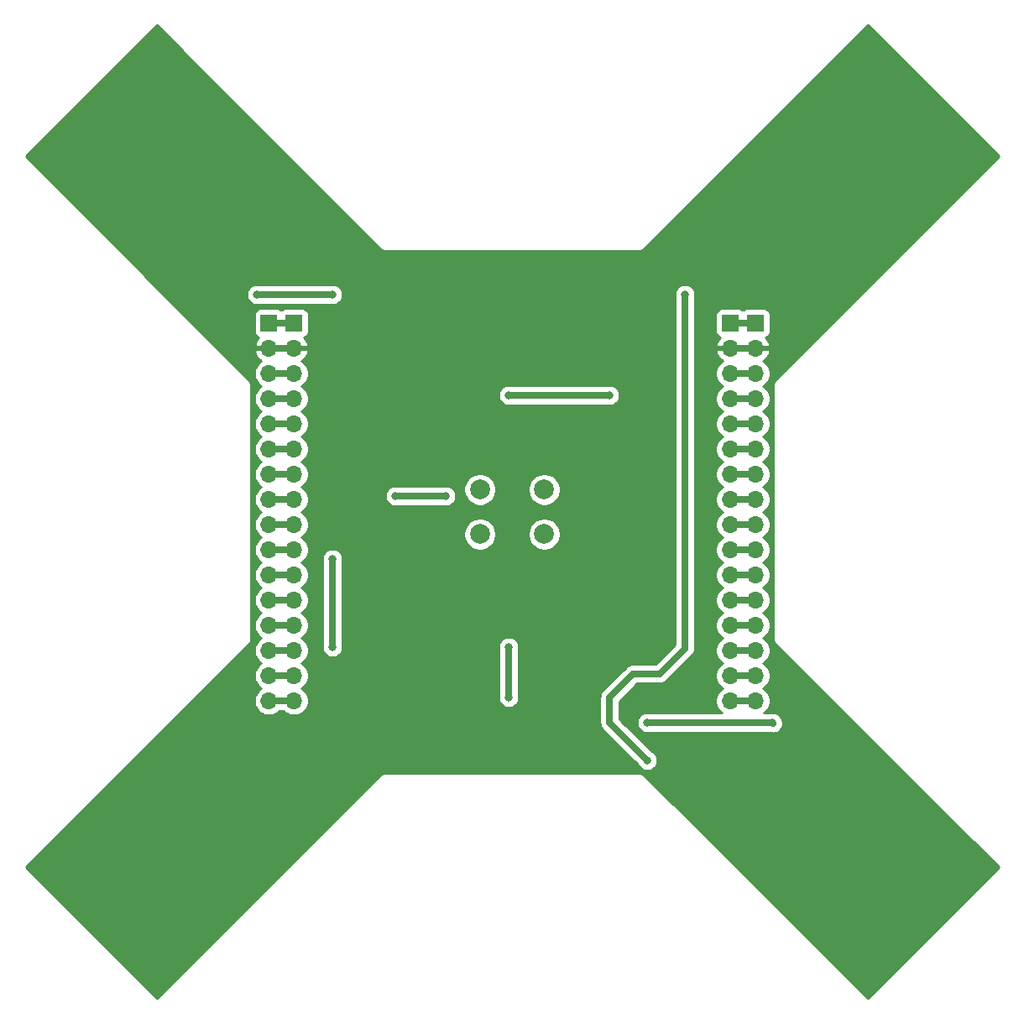
<source format=gbr>
G04 #@! TF.GenerationSoftware,KiCad,Pcbnew,5.1.5+dfsg1-2build2*
G04 #@! TF.CreationDate,2021-03-08T11:08:27-05:00*
G04 #@! TF.ProjectId,leveling_package,6c657665-6c69-46e6-975f-7061636b6167,rev?*
G04 #@! TF.SameCoordinates,Original*
G04 #@! TF.FileFunction,Copper,L2,Bot*
G04 #@! TF.FilePolarity,Positive*
%FSLAX46Y46*%
G04 Gerber Fmt 4.6, Leading zero omitted, Abs format (unit mm)*
G04 Created by KiCad (PCBNEW 5.1.5+dfsg1-2build2) date 2021-03-08 11:08:27*
%MOMM*%
%LPD*%
G04 APERTURE LIST*
%ADD10O,1.700000X1.700000*%
%ADD11R,1.700000X1.700000*%
%ADD12C,2.000000*%
%ADD13C,0.800000*%
%ADD14C,0.700000*%
%ADD15C,0.254000*%
G04 APERTURE END LIST*
D10*
X49460000Y-93050000D03*
X49460000Y-90510000D03*
X49460000Y-87970000D03*
X49460000Y-85430000D03*
X49460000Y-82890000D03*
X49460000Y-80350000D03*
X49460000Y-77810000D03*
X49460000Y-75270000D03*
X49460000Y-72730000D03*
X49460000Y-70190000D03*
X49460000Y-67650000D03*
X49460000Y-65110000D03*
X49460000Y-62570000D03*
X49460000Y-60030000D03*
X49460000Y-57490000D03*
D11*
X49460000Y-54950000D03*
D10*
X98560000Y-93050000D03*
X98560000Y-90510000D03*
X98560000Y-87970000D03*
X98560000Y-85430000D03*
X98560000Y-82890000D03*
X98560000Y-80350000D03*
X98560000Y-77810000D03*
X98560000Y-75270000D03*
X98560000Y-72730000D03*
X98560000Y-70190000D03*
X98560000Y-67650000D03*
X98560000Y-65110000D03*
X98560000Y-62570000D03*
X98560000Y-60030000D03*
X98560000Y-57490000D03*
D11*
X98560000Y-54950000D03*
D12*
X77250000Y-71750000D03*
X77250000Y-76250000D03*
X70750000Y-71750000D03*
X70750000Y-76250000D03*
D10*
X96000000Y-93050000D03*
X96000000Y-90510000D03*
X96000000Y-87970000D03*
X96000000Y-85430000D03*
X96000000Y-82890000D03*
X96000000Y-80350000D03*
X96000000Y-77810000D03*
X96000000Y-75270000D03*
X96000000Y-72730000D03*
X96000000Y-70190000D03*
X96000000Y-67650000D03*
X96000000Y-65110000D03*
X96000000Y-62570000D03*
X96000000Y-60030000D03*
X96000000Y-57490000D03*
D11*
X96000000Y-54950000D03*
D10*
X52000000Y-93050000D03*
X52000000Y-90510000D03*
X52000000Y-87970000D03*
X52000000Y-85430000D03*
X52000000Y-82890000D03*
X52000000Y-80350000D03*
X52000000Y-77810000D03*
X52000000Y-75270000D03*
X52000000Y-72730000D03*
X52000000Y-70190000D03*
X52000000Y-67650000D03*
X52000000Y-65110000D03*
X52000000Y-62570000D03*
X52000000Y-60030000D03*
X52000000Y-57490000D03*
D11*
X52000000Y-54950000D03*
D13*
X67310000Y-72390000D03*
X62230000Y-72390000D03*
X73660000Y-87630000D03*
X73660000Y-92710000D03*
X83820000Y-62230000D03*
X73660000Y-62230000D03*
X55880000Y-87630000D03*
X55880000Y-78740000D03*
X81280000Y-68580000D03*
X77470000Y-58420000D03*
X81280000Y-78740000D03*
X85090000Y-68580000D03*
X57150000Y-58420000D03*
X100237884Y-95250000D03*
X87630000Y-95249982D03*
X87630000Y-99060000D03*
X91440000Y-52070004D03*
X48260000Y-52070000D03*
X55880000Y-52070000D03*
D14*
X96000000Y-93050000D02*
X98560000Y-93050000D01*
X96000000Y-90510000D02*
X98560000Y-90510000D01*
X96000000Y-87970000D02*
X98560000Y-87970000D01*
X96000000Y-85430000D02*
X98560000Y-85430000D01*
X96000000Y-82890000D02*
X98560000Y-82890000D01*
X96000000Y-80350000D02*
X98560000Y-80350000D01*
X96000000Y-77810000D02*
X98560000Y-77810000D01*
X96000000Y-75270000D02*
X98560000Y-75270000D01*
X96000000Y-72730000D02*
X98560000Y-72730000D01*
X98560000Y-70190000D02*
X96000000Y-70190000D01*
X96000000Y-67650000D02*
X98560000Y-67650000D01*
X98560000Y-65110000D02*
X96000000Y-65110000D01*
X96000000Y-62570000D02*
X98560000Y-62570000D01*
X96000000Y-60030000D02*
X98560000Y-60030000D01*
X67310000Y-72390000D02*
X62230000Y-72390000D01*
X98560000Y-54950000D02*
X96000000Y-54950000D01*
X52000000Y-93050000D02*
X49460000Y-93050000D01*
X49460000Y-90510000D02*
X52000000Y-90510000D01*
X52000000Y-87970000D02*
X49460000Y-87970000D01*
X49460000Y-85430000D02*
X52000000Y-85430000D01*
X52000000Y-82890000D02*
X49460000Y-82890000D01*
X49460000Y-80350000D02*
X52000000Y-80350000D01*
X52000000Y-77810000D02*
X49460000Y-77810000D01*
X49460000Y-75270000D02*
X52000000Y-75270000D01*
X52000000Y-72730000D02*
X49460000Y-72730000D01*
X49460000Y-70190000D02*
X52000000Y-70190000D01*
X52000000Y-67650000D02*
X49460000Y-67650000D01*
X49460000Y-65110000D02*
X52000000Y-65110000D01*
X52000000Y-62570000D02*
X49460000Y-62570000D01*
X52000000Y-60030000D02*
X49460000Y-60030000D01*
X73660000Y-87630000D02*
X73660000Y-92710000D01*
X83820000Y-62230000D02*
X73660000Y-62230000D01*
X52000000Y-54950000D02*
X49460000Y-54950000D01*
X55880000Y-87630000D02*
X55880000Y-78740000D01*
X96000000Y-57490000D02*
X98560000Y-57490000D01*
X52000000Y-57490000D02*
X49460000Y-57490000D01*
X81280000Y-68580000D02*
X81280000Y-69145685D01*
X81280000Y-69145685D02*
X81280000Y-78740000D01*
X81280000Y-68580000D02*
X85090000Y-68580000D01*
X77470000Y-58420000D02*
X57150000Y-58420000D01*
X100330000Y-95342116D02*
X100237884Y-95250000D01*
X87630018Y-95250000D02*
X87630000Y-95249982D01*
X100237884Y-95250000D02*
X87630018Y-95250000D01*
X91440000Y-52635689D02*
X91440000Y-52070004D01*
X91440000Y-87766004D02*
X91440000Y-52635689D01*
X88900000Y-90306004D02*
X91440000Y-87766004D01*
X86223996Y-90306004D02*
X88900000Y-90306004D01*
X83820000Y-92710000D02*
X86223996Y-90306004D01*
X83820000Y-95250000D02*
X83820000Y-92710000D01*
X87630000Y-99060000D02*
X83820000Y-95250000D01*
X48260000Y-52070000D02*
X55880000Y-52070000D01*
D15*
G36*
X60652528Y-47443769D02*
G01*
X60673192Y-47468948D01*
X60773690Y-47551425D01*
X60888347Y-47612710D01*
X61012757Y-47650450D01*
X61109721Y-47660000D01*
X61109731Y-47660000D01*
X61142140Y-47663192D01*
X61174549Y-47660000D01*
X86825451Y-47660000D01*
X86857860Y-47663192D01*
X86890269Y-47660000D01*
X86890279Y-47660000D01*
X86987243Y-47650450D01*
X87111653Y-47612710D01*
X87226310Y-47551425D01*
X87326808Y-47468948D01*
X87347476Y-47443764D01*
X109857860Y-24933381D01*
X123066619Y-38142140D01*
X100556236Y-60652524D01*
X100531052Y-60673192D01*
X100510387Y-60698373D01*
X100510386Y-60698374D01*
X100448575Y-60773690D01*
X100406205Y-60852960D01*
X100387290Y-60888348D01*
X100349550Y-61012758D01*
X100340000Y-61109722D01*
X100340000Y-61109731D01*
X100336808Y-61142140D01*
X100340000Y-61174549D01*
X100340001Y-86825441D01*
X100336808Y-86857860D01*
X100349551Y-86987242D01*
X100387290Y-87111652D01*
X100448575Y-87226310D01*
X100510386Y-87301626D01*
X100510387Y-87301627D01*
X100531053Y-87326808D01*
X100556232Y-87347472D01*
X123066619Y-109857860D01*
X109857860Y-123066619D01*
X87347476Y-100556236D01*
X87326808Y-100531052D01*
X87226310Y-100448575D01*
X87111653Y-100387290D01*
X86987243Y-100349550D01*
X86890279Y-100340000D01*
X86890269Y-100340000D01*
X86857860Y-100336808D01*
X86825451Y-100340000D01*
X61174549Y-100340000D01*
X61142140Y-100336808D01*
X61109731Y-100340000D01*
X61109721Y-100340000D01*
X61012757Y-100349550D01*
X60888347Y-100387290D01*
X60773690Y-100448575D01*
X60673192Y-100531052D01*
X60652528Y-100556231D01*
X38142140Y-123066620D01*
X24933380Y-109857860D01*
X47443769Y-87347472D01*
X47468948Y-87326808D01*
X47489615Y-87301626D01*
X47551425Y-87226310D01*
X47612710Y-87111653D01*
X47639491Y-87023368D01*
X47650450Y-86987243D01*
X47660000Y-86890279D01*
X47660000Y-86890269D01*
X47663192Y-86857860D01*
X47660000Y-86825451D01*
X47660000Y-61174549D01*
X47663192Y-61142140D01*
X47660000Y-61109731D01*
X47660000Y-61109721D01*
X47650450Y-61012757D01*
X47612710Y-60888347D01*
X47551425Y-60773690D01*
X47515463Y-60729870D01*
X47489614Y-60698373D01*
X47489612Y-60698371D01*
X47468948Y-60673192D01*
X47443770Y-60652529D01*
X46674981Y-59883740D01*
X47975000Y-59883740D01*
X47975000Y-60176260D01*
X48032068Y-60463158D01*
X48144010Y-60733411D01*
X48306525Y-60976632D01*
X48513368Y-61183475D01*
X48687760Y-61300000D01*
X48513368Y-61416525D01*
X48306525Y-61623368D01*
X48144010Y-61866589D01*
X48032068Y-62136842D01*
X47975000Y-62423740D01*
X47975000Y-62716260D01*
X48032068Y-63003158D01*
X48144010Y-63273411D01*
X48306525Y-63516632D01*
X48513368Y-63723475D01*
X48687760Y-63840000D01*
X48513368Y-63956525D01*
X48306525Y-64163368D01*
X48144010Y-64406589D01*
X48032068Y-64676842D01*
X47975000Y-64963740D01*
X47975000Y-65256260D01*
X48032068Y-65543158D01*
X48144010Y-65813411D01*
X48306525Y-66056632D01*
X48513368Y-66263475D01*
X48687760Y-66380000D01*
X48513368Y-66496525D01*
X48306525Y-66703368D01*
X48144010Y-66946589D01*
X48032068Y-67216842D01*
X47975000Y-67503740D01*
X47975000Y-67796260D01*
X48032068Y-68083158D01*
X48144010Y-68353411D01*
X48306525Y-68596632D01*
X48513368Y-68803475D01*
X48687760Y-68920000D01*
X48513368Y-69036525D01*
X48306525Y-69243368D01*
X48144010Y-69486589D01*
X48032068Y-69756842D01*
X47975000Y-70043740D01*
X47975000Y-70336260D01*
X48032068Y-70623158D01*
X48144010Y-70893411D01*
X48306525Y-71136632D01*
X48513368Y-71343475D01*
X48687760Y-71460000D01*
X48513368Y-71576525D01*
X48306525Y-71783368D01*
X48144010Y-72026589D01*
X48032068Y-72296842D01*
X47975000Y-72583740D01*
X47975000Y-72876260D01*
X48032068Y-73163158D01*
X48144010Y-73433411D01*
X48306525Y-73676632D01*
X48513368Y-73883475D01*
X48687760Y-74000000D01*
X48513368Y-74116525D01*
X48306525Y-74323368D01*
X48144010Y-74566589D01*
X48032068Y-74836842D01*
X47975000Y-75123740D01*
X47975000Y-75416260D01*
X48032068Y-75703158D01*
X48144010Y-75973411D01*
X48306525Y-76216632D01*
X48513368Y-76423475D01*
X48687760Y-76540000D01*
X48513368Y-76656525D01*
X48306525Y-76863368D01*
X48144010Y-77106589D01*
X48032068Y-77376842D01*
X47975000Y-77663740D01*
X47975000Y-77956260D01*
X48032068Y-78243158D01*
X48144010Y-78513411D01*
X48306525Y-78756632D01*
X48513368Y-78963475D01*
X48687760Y-79080000D01*
X48513368Y-79196525D01*
X48306525Y-79403368D01*
X48144010Y-79646589D01*
X48032068Y-79916842D01*
X47975000Y-80203740D01*
X47975000Y-80496260D01*
X48032068Y-80783158D01*
X48144010Y-81053411D01*
X48306525Y-81296632D01*
X48513368Y-81503475D01*
X48687760Y-81620000D01*
X48513368Y-81736525D01*
X48306525Y-81943368D01*
X48144010Y-82186589D01*
X48032068Y-82456842D01*
X47975000Y-82743740D01*
X47975000Y-83036260D01*
X48032068Y-83323158D01*
X48144010Y-83593411D01*
X48306525Y-83836632D01*
X48513368Y-84043475D01*
X48687760Y-84160000D01*
X48513368Y-84276525D01*
X48306525Y-84483368D01*
X48144010Y-84726589D01*
X48032068Y-84996842D01*
X47975000Y-85283740D01*
X47975000Y-85576260D01*
X48032068Y-85863158D01*
X48144010Y-86133411D01*
X48306525Y-86376632D01*
X48513368Y-86583475D01*
X48687760Y-86700000D01*
X48513368Y-86816525D01*
X48306525Y-87023368D01*
X48144010Y-87266589D01*
X48032068Y-87536842D01*
X47975000Y-87823740D01*
X47975000Y-88116260D01*
X48032068Y-88403158D01*
X48144010Y-88673411D01*
X48306525Y-88916632D01*
X48513368Y-89123475D01*
X48687760Y-89240000D01*
X48513368Y-89356525D01*
X48306525Y-89563368D01*
X48144010Y-89806589D01*
X48032068Y-90076842D01*
X47975000Y-90363740D01*
X47975000Y-90656260D01*
X48032068Y-90943158D01*
X48144010Y-91213411D01*
X48306525Y-91456632D01*
X48513368Y-91663475D01*
X48687760Y-91780000D01*
X48513368Y-91896525D01*
X48306525Y-92103368D01*
X48144010Y-92346589D01*
X48032068Y-92616842D01*
X47975000Y-92903740D01*
X47975000Y-93196260D01*
X48032068Y-93483158D01*
X48144010Y-93753411D01*
X48306525Y-93996632D01*
X48513368Y-94203475D01*
X48756589Y-94365990D01*
X49026842Y-94477932D01*
X49313740Y-94535000D01*
X49606260Y-94535000D01*
X49893158Y-94477932D01*
X50163411Y-94365990D01*
X50406632Y-94203475D01*
X50575107Y-94035000D01*
X50884893Y-94035000D01*
X51053368Y-94203475D01*
X51296589Y-94365990D01*
X51566842Y-94477932D01*
X51853740Y-94535000D01*
X52146260Y-94535000D01*
X52433158Y-94477932D01*
X52703411Y-94365990D01*
X52946632Y-94203475D01*
X53153475Y-93996632D01*
X53315990Y-93753411D01*
X53427932Y-93483158D01*
X53485000Y-93196260D01*
X53485000Y-92903740D01*
X53427932Y-92616842D01*
X53315990Y-92346589D01*
X53153475Y-92103368D01*
X52946632Y-91896525D01*
X52772240Y-91780000D01*
X52946632Y-91663475D01*
X53153475Y-91456632D01*
X53315990Y-91213411D01*
X53427932Y-90943158D01*
X53485000Y-90656260D01*
X53485000Y-90363740D01*
X53427932Y-90076842D01*
X53315990Y-89806589D01*
X53153475Y-89563368D01*
X52946632Y-89356525D01*
X52772240Y-89240000D01*
X52946632Y-89123475D01*
X53153475Y-88916632D01*
X53315990Y-88673411D01*
X53427932Y-88403158D01*
X53485000Y-88116260D01*
X53485000Y-87823740D01*
X53427932Y-87536842D01*
X53315990Y-87266589D01*
X53153475Y-87023368D01*
X52946632Y-86816525D01*
X52772240Y-86700000D01*
X52946632Y-86583475D01*
X53153475Y-86376632D01*
X53315990Y-86133411D01*
X53427932Y-85863158D01*
X53485000Y-85576260D01*
X53485000Y-85283740D01*
X53427932Y-84996842D01*
X53315990Y-84726589D01*
X53153475Y-84483368D01*
X52946632Y-84276525D01*
X52772240Y-84160000D01*
X52946632Y-84043475D01*
X53153475Y-83836632D01*
X53315990Y-83593411D01*
X53427932Y-83323158D01*
X53485000Y-83036260D01*
X53485000Y-82743740D01*
X53427932Y-82456842D01*
X53315990Y-82186589D01*
X53153475Y-81943368D01*
X52946632Y-81736525D01*
X52772240Y-81620000D01*
X52946632Y-81503475D01*
X53153475Y-81296632D01*
X53315990Y-81053411D01*
X53427932Y-80783158D01*
X53485000Y-80496260D01*
X53485000Y-80203740D01*
X53427932Y-79916842D01*
X53315990Y-79646589D01*
X53153475Y-79403368D01*
X52946632Y-79196525D01*
X52772240Y-79080000D01*
X52946632Y-78963475D01*
X53153475Y-78756632D01*
X53232701Y-78638061D01*
X54845000Y-78638061D01*
X54845000Y-78841939D01*
X54884774Y-79041898D01*
X54895001Y-79066588D01*
X54895000Y-87303414D01*
X54884774Y-87328102D01*
X54845000Y-87528061D01*
X54845000Y-87731939D01*
X54884774Y-87931898D01*
X54962795Y-88120256D01*
X55076063Y-88289774D01*
X55220226Y-88433937D01*
X55389744Y-88547205D01*
X55578102Y-88625226D01*
X55778061Y-88665000D01*
X55981939Y-88665000D01*
X56181898Y-88625226D01*
X56370256Y-88547205D01*
X56539774Y-88433937D01*
X56683937Y-88289774D01*
X56797205Y-88120256D01*
X56875226Y-87931898D01*
X56915000Y-87731939D01*
X56915000Y-87528061D01*
X72625000Y-87528061D01*
X72625000Y-87731939D01*
X72664774Y-87931898D01*
X72675000Y-87956586D01*
X72675001Y-92383412D01*
X72664774Y-92408102D01*
X72625000Y-92608061D01*
X72625000Y-92811939D01*
X72664774Y-93011898D01*
X72742795Y-93200256D01*
X72856063Y-93369774D01*
X73000226Y-93513937D01*
X73169744Y-93627205D01*
X73358102Y-93705226D01*
X73558061Y-93745000D01*
X73761939Y-93745000D01*
X73961898Y-93705226D01*
X74150256Y-93627205D01*
X74319774Y-93513937D01*
X74463937Y-93369774D01*
X74577205Y-93200256D01*
X74655226Y-93011898D01*
X74695000Y-92811939D01*
X74695000Y-92710000D01*
X82830235Y-92710000D01*
X82835001Y-92758390D01*
X82835000Y-95201620D01*
X82830235Y-95250000D01*
X82835000Y-95298379D01*
X82849253Y-95443093D01*
X82905576Y-95628766D01*
X82997040Y-95799884D01*
X83120130Y-95949870D01*
X83157716Y-95980716D01*
X86702570Y-99525571D01*
X86712795Y-99550256D01*
X86826063Y-99719774D01*
X86970226Y-99863937D01*
X87139744Y-99977205D01*
X87328102Y-100055226D01*
X87528061Y-100095000D01*
X87731939Y-100095000D01*
X87931898Y-100055226D01*
X88120256Y-99977205D01*
X88289774Y-99863937D01*
X88433937Y-99719774D01*
X88547205Y-99550256D01*
X88625226Y-99361898D01*
X88665000Y-99161939D01*
X88665000Y-98958061D01*
X88625226Y-98758102D01*
X88547205Y-98569744D01*
X88433937Y-98400226D01*
X88289774Y-98256063D01*
X88120256Y-98142795D01*
X88095571Y-98132570D01*
X85111044Y-95148043D01*
X86595000Y-95148043D01*
X86595000Y-95351921D01*
X86634774Y-95551880D01*
X86712795Y-95740238D01*
X86826063Y-95909756D01*
X86970226Y-96053919D01*
X87139744Y-96167187D01*
X87328102Y-96245208D01*
X87528061Y-96284982D01*
X87731939Y-96284982D01*
X87931898Y-96245208D01*
X87956542Y-96235000D01*
X99910936Y-96235000D01*
X99951234Y-96256540D01*
X100136907Y-96312863D01*
X100330000Y-96331881D01*
X100523094Y-96312863D01*
X100708766Y-96256540D01*
X100879883Y-96165076D01*
X101029869Y-96041985D01*
X101152960Y-95891999D01*
X101244424Y-95720882D01*
X101300747Y-95535210D01*
X101319765Y-95342116D01*
X101300747Y-95149023D01*
X101244424Y-94963350D01*
X101222216Y-94921802D01*
X101155089Y-94759744D01*
X101041821Y-94590226D01*
X100897658Y-94446063D01*
X100728140Y-94332795D01*
X100539782Y-94254774D01*
X100339823Y-94215000D01*
X100135945Y-94215000D01*
X99935986Y-94254774D01*
X99911298Y-94265000D01*
X99414553Y-94265000D01*
X99506632Y-94203475D01*
X99713475Y-93996632D01*
X99875990Y-93753411D01*
X99987932Y-93483158D01*
X100045000Y-93196260D01*
X100045000Y-92903740D01*
X99987932Y-92616842D01*
X99875990Y-92346589D01*
X99713475Y-92103368D01*
X99506632Y-91896525D01*
X99332240Y-91780000D01*
X99506632Y-91663475D01*
X99713475Y-91456632D01*
X99875990Y-91213411D01*
X99987932Y-90943158D01*
X100045000Y-90656260D01*
X100045000Y-90363740D01*
X99987932Y-90076842D01*
X99875990Y-89806589D01*
X99713475Y-89563368D01*
X99506632Y-89356525D01*
X99332240Y-89240000D01*
X99506632Y-89123475D01*
X99713475Y-88916632D01*
X99875990Y-88673411D01*
X99987932Y-88403158D01*
X100045000Y-88116260D01*
X100045000Y-87823740D01*
X99987932Y-87536842D01*
X99875990Y-87266589D01*
X99713475Y-87023368D01*
X99506632Y-86816525D01*
X99332240Y-86700000D01*
X99506632Y-86583475D01*
X99713475Y-86376632D01*
X99875990Y-86133411D01*
X99987932Y-85863158D01*
X100045000Y-85576260D01*
X100045000Y-85283740D01*
X99987932Y-84996842D01*
X99875990Y-84726589D01*
X99713475Y-84483368D01*
X99506632Y-84276525D01*
X99332240Y-84160000D01*
X99506632Y-84043475D01*
X99713475Y-83836632D01*
X99875990Y-83593411D01*
X99987932Y-83323158D01*
X100045000Y-83036260D01*
X100045000Y-82743740D01*
X99987932Y-82456842D01*
X99875990Y-82186589D01*
X99713475Y-81943368D01*
X99506632Y-81736525D01*
X99332240Y-81620000D01*
X99506632Y-81503475D01*
X99713475Y-81296632D01*
X99875990Y-81053411D01*
X99987932Y-80783158D01*
X100045000Y-80496260D01*
X100045000Y-80203740D01*
X99987932Y-79916842D01*
X99875990Y-79646589D01*
X99713475Y-79403368D01*
X99506632Y-79196525D01*
X99332240Y-79080000D01*
X99506632Y-78963475D01*
X99713475Y-78756632D01*
X99875990Y-78513411D01*
X99987932Y-78243158D01*
X100045000Y-77956260D01*
X100045000Y-77663740D01*
X99987932Y-77376842D01*
X99875990Y-77106589D01*
X99713475Y-76863368D01*
X99506632Y-76656525D01*
X99332240Y-76540000D01*
X99506632Y-76423475D01*
X99713475Y-76216632D01*
X99875990Y-75973411D01*
X99987932Y-75703158D01*
X100045000Y-75416260D01*
X100045000Y-75123740D01*
X99987932Y-74836842D01*
X99875990Y-74566589D01*
X99713475Y-74323368D01*
X99506632Y-74116525D01*
X99332240Y-74000000D01*
X99506632Y-73883475D01*
X99713475Y-73676632D01*
X99875990Y-73433411D01*
X99987932Y-73163158D01*
X100045000Y-72876260D01*
X100045000Y-72583740D01*
X99987932Y-72296842D01*
X99875990Y-72026589D01*
X99713475Y-71783368D01*
X99506632Y-71576525D01*
X99332240Y-71460000D01*
X99506632Y-71343475D01*
X99713475Y-71136632D01*
X99875990Y-70893411D01*
X99987932Y-70623158D01*
X100045000Y-70336260D01*
X100045000Y-70043740D01*
X99987932Y-69756842D01*
X99875990Y-69486589D01*
X99713475Y-69243368D01*
X99506632Y-69036525D01*
X99332240Y-68920000D01*
X99506632Y-68803475D01*
X99713475Y-68596632D01*
X99875990Y-68353411D01*
X99987932Y-68083158D01*
X100045000Y-67796260D01*
X100045000Y-67503740D01*
X99987932Y-67216842D01*
X99875990Y-66946589D01*
X99713475Y-66703368D01*
X99506632Y-66496525D01*
X99332240Y-66380000D01*
X99506632Y-66263475D01*
X99713475Y-66056632D01*
X99875990Y-65813411D01*
X99987932Y-65543158D01*
X100045000Y-65256260D01*
X100045000Y-64963740D01*
X99987932Y-64676842D01*
X99875990Y-64406589D01*
X99713475Y-64163368D01*
X99506632Y-63956525D01*
X99332240Y-63840000D01*
X99506632Y-63723475D01*
X99713475Y-63516632D01*
X99875990Y-63273411D01*
X99987932Y-63003158D01*
X100045000Y-62716260D01*
X100045000Y-62423740D01*
X99987932Y-62136842D01*
X99875990Y-61866589D01*
X99713475Y-61623368D01*
X99506632Y-61416525D01*
X99332240Y-61300000D01*
X99506632Y-61183475D01*
X99713475Y-60976632D01*
X99875990Y-60733411D01*
X99987932Y-60463158D01*
X100045000Y-60176260D01*
X100045000Y-59883740D01*
X99987932Y-59596842D01*
X99875990Y-59326589D01*
X99713475Y-59083368D01*
X99506632Y-58876525D01*
X99324466Y-58754805D01*
X99441355Y-58685178D01*
X99657588Y-58490269D01*
X99831641Y-58256920D01*
X99956825Y-57994099D01*
X100001476Y-57846890D01*
X99880155Y-57617000D01*
X98687000Y-57617000D01*
X98687000Y-57637000D01*
X98433000Y-57637000D01*
X98433000Y-57617000D01*
X96127000Y-57617000D01*
X96127000Y-57637000D01*
X95873000Y-57637000D01*
X95873000Y-57617000D01*
X94679845Y-57617000D01*
X94558524Y-57846890D01*
X94603175Y-57994099D01*
X94728359Y-58256920D01*
X94902412Y-58490269D01*
X95118645Y-58685178D01*
X95235534Y-58754805D01*
X95053368Y-58876525D01*
X94846525Y-59083368D01*
X94684010Y-59326589D01*
X94572068Y-59596842D01*
X94515000Y-59883740D01*
X94515000Y-60176260D01*
X94572068Y-60463158D01*
X94684010Y-60733411D01*
X94846525Y-60976632D01*
X95053368Y-61183475D01*
X95227760Y-61300000D01*
X95053368Y-61416525D01*
X94846525Y-61623368D01*
X94684010Y-61866589D01*
X94572068Y-62136842D01*
X94515000Y-62423740D01*
X94515000Y-62716260D01*
X94572068Y-63003158D01*
X94684010Y-63273411D01*
X94846525Y-63516632D01*
X95053368Y-63723475D01*
X95227760Y-63840000D01*
X95053368Y-63956525D01*
X94846525Y-64163368D01*
X94684010Y-64406589D01*
X94572068Y-64676842D01*
X94515000Y-64963740D01*
X94515000Y-65256260D01*
X94572068Y-65543158D01*
X94684010Y-65813411D01*
X94846525Y-66056632D01*
X95053368Y-66263475D01*
X95227760Y-66380000D01*
X95053368Y-66496525D01*
X94846525Y-66703368D01*
X94684010Y-66946589D01*
X94572068Y-67216842D01*
X94515000Y-67503740D01*
X94515000Y-67796260D01*
X94572068Y-68083158D01*
X94684010Y-68353411D01*
X94846525Y-68596632D01*
X95053368Y-68803475D01*
X95227760Y-68920000D01*
X95053368Y-69036525D01*
X94846525Y-69243368D01*
X94684010Y-69486589D01*
X94572068Y-69756842D01*
X94515000Y-70043740D01*
X94515000Y-70336260D01*
X94572068Y-70623158D01*
X94684010Y-70893411D01*
X94846525Y-71136632D01*
X95053368Y-71343475D01*
X95227760Y-71460000D01*
X95053368Y-71576525D01*
X94846525Y-71783368D01*
X94684010Y-72026589D01*
X94572068Y-72296842D01*
X94515000Y-72583740D01*
X94515000Y-72876260D01*
X94572068Y-73163158D01*
X94684010Y-73433411D01*
X94846525Y-73676632D01*
X95053368Y-73883475D01*
X95227760Y-74000000D01*
X95053368Y-74116525D01*
X94846525Y-74323368D01*
X94684010Y-74566589D01*
X94572068Y-74836842D01*
X94515000Y-75123740D01*
X94515000Y-75416260D01*
X94572068Y-75703158D01*
X94684010Y-75973411D01*
X94846525Y-76216632D01*
X95053368Y-76423475D01*
X95227760Y-76540000D01*
X95053368Y-76656525D01*
X94846525Y-76863368D01*
X94684010Y-77106589D01*
X94572068Y-77376842D01*
X94515000Y-77663740D01*
X94515000Y-77956260D01*
X94572068Y-78243158D01*
X94684010Y-78513411D01*
X94846525Y-78756632D01*
X95053368Y-78963475D01*
X95227760Y-79080000D01*
X95053368Y-79196525D01*
X94846525Y-79403368D01*
X94684010Y-79646589D01*
X94572068Y-79916842D01*
X94515000Y-80203740D01*
X94515000Y-80496260D01*
X94572068Y-80783158D01*
X94684010Y-81053411D01*
X94846525Y-81296632D01*
X95053368Y-81503475D01*
X95227760Y-81620000D01*
X95053368Y-81736525D01*
X94846525Y-81943368D01*
X94684010Y-82186589D01*
X94572068Y-82456842D01*
X94515000Y-82743740D01*
X94515000Y-83036260D01*
X94572068Y-83323158D01*
X94684010Y-83593411D01*
X94846525Y-83836632D01*
X95053368Y-84043475D01*
X95227760Y-84160000D01*
X95053368Y-84276525D01*
X94846525Y-84483368D01*
X94684010Y-84726589D01*
X94572068Y-84996842D01*
X94515000Y-85283740D01*
X94515000Y-85576260D01*
X94572068Y-85863158D01*
X94684010Y-86133411D01*
X94846525Y-86376632D01*
X95053368Y-86583475D01*
X95227760Y-86700000D01*
X95053368Y-86816525D01*
X94846525Y-87023368D01*
X94684010Y-87266589D01*
X94572068Y-87536842D01*
X94515000Y-87823740D01*
X94515000Y-88116260D01*
X94572068Y-88403158D01*
X94684010Y-88673411D01*
X94846525Y-88916632D01*
X95053368Y-89123475D01*
X95227760Y-89240000D01*
X95053368Y-89356525D01*
X94846525Y-89563368D01*
X94684010Y-89806589D01*
X94572068Y-90076842D01*
X94515000Y-90363740D01*
X94515000Y-90656260D01*
X94572068Y-90943158D01*
X94684010Y-91213411D01*
X94846525Y-91456632D01*
X95053368Y-91663475D01*
X95227760Y-91780000D01*
X95053368Y-91896525D01*
X94846525Y-92103368D01*
X94684010Y-92346589D01*
X94572068Y-92616842D01*
X94515000Y-92903740D01*
X94515000Y-93196260D01*
X94572068Y-93483158D01*
X94684010Y-93753411D01*
X94846525Y-93996632D01*
X95053368Y-94203475D01*
X95145447Y-94265000D01*
X87956629Y-94265000D01*
X87931898Y-94254756D01*
X87731939Y-94214982D01*
X87528061Y-94214982D01*
X87328102Y-94254756D01*
X87139744Y-94332777D01*
X86970226Y-94446045D01*
X86826063Y-94590208D01*
X86712795Y-94759726D01*
X86634774Y-94948084D01*
X86595000Y-95148043D01*
X85111044Y-95148043D01*
X84805000Y-94842000D01*
X84805000Y-93118000D01*
X86631997Y-91291004D01*
X88851620Y-91291004D01*
X88900000Y-91295769D01*
X88948380Y-91291004D01*
X89093094Y-91276751D01*
X89278767Y-91220428D01*
X89449884Y-91128964D01*
X89599870Y-91005874D01*
X89630716Y-90968288D01*
X92102284Y-88496720D01*
X92139870Y-88465874D01*
X92262960Y-88315888D01*
X92354424Y-88144771D01*
X92410747Y-87959098D01*
X92425000Y-87814384D01*
X92425000Y-87814383D01*
X92429765Y-87766005D01*
X92425000Y-87717627D01*
X92425000Y-54100000D01*
X94511928Y-54100000D01*
X94511928Y-55800000D01*
X94524188Y-55924482D01*
X94560498Y-56044180D01*
X94619463Y-56154494D01*
X94698815Y-56251185D01*
X94795506Y-56330537D01*
X94905820Y-56389502D01*
X94986466Y-56413966D01*
X94902412Y-56489731D01*
X94728359Y-56723080D01*
X94603175Y-56985901D01*
X94558524Y-57133110D01*
X94679845Y-57363000D01*
X95873000Y-57363000D01*
X95873000Y-57343000D01*
X96127000Y-57343000D01*
X96127000Y-57363000D01*
X98433000Y-57363000D01*
X98433000Y-57343000D01*
X98687000Y-57343000D01*
X98687000Y-57363000D01*
X99880155Y-57363000D01*
X100001476Y-57133110D01*
X99956825Y-56985901D01*
X99831641Y-56723080D01*
X99657588Y-56489731D01*
X99573534Y-56413966D01*
X99654180Y-56389502D01*
X99764494Y-56330537D01*
X99861185Y-56251185D01*
X99940537Y-56154494D01*
X99999502Y-56044180D01*
X100035812Y-55924482D01*
X100048072Y-55800000D01*
X100048072Y-54100000D01*
X100035812Y-53975518D01*
X99999502Y-53855820D01*
X99940537Y-53745506D01*
X99861185Y-53648815D01*
X99764494Y-53569463D01*
X99654180Y-53510498D01*
X99534482Y-53474188D01*
X99410000Y-53461928D01*
X97710000Y-53461928D01*
X97585518Y-53474188D01*
X97465820Y-53510498D01*
X97355506Y-53569463D01*
X97280000Y-53631429D01*
X97204494Y-53569463D01*
X97094180Y-53510498D01*
X96974482Y-53474188D01*
X96850000Y-53461928D01*
X95150000Y-53461928D01*
X95025518Y-53474188D01*
X94905820Y-53510498D01*
X94795506Y-53569463D01*
X94698815Y-53648815D01*
X94619463Y-53745506D01*
X94560498Y-53855820D01*
X94524188Y-53975518D01*
X94511928Y-54100000D01*
X92425000Y-54100000D01*
X92425000Y-52396590D01*
X92435226Y-52371902D01*
X92475000Y-52171943D01*
X92475000Y-51968065D01*
X92435226Y-51768106D01*
X92357205Y-51579748D01*
X92243937Y-51410230D01*
X92099774Y-51266067D01*
X91930256Y-51152799D01*
X91741898Y-51074778D01*
X91541939Y-51035004D01*
X91338061Y-51035004D01*
X91138102Y-51074778D01*
X90949744Y-51152799D01*
X90780226Y-51266067D01*
X90636063Y-51410230D01*
X90522795Y-51579748D01*
X90444774Y-51768106D01*
X90405000Y-51968065D01*
X90405000Y-52171943D01*
X90444774Y-52371902D01*
X90455000Y-52396590D01*
X90455000Y-52684068D01*
X90455001Y-52684078D01*
X90455000Y-87358004D01*
X88492000Y-89321004D01*
X86272376Y-89321004D01*
X86223996Y-89316239D01*
X86175616Y-89321004D01*
X86030902Y-89335257D01*
X85845229Y-89391580D01*
X85674112Y-89483044D01*
X85524126Y-89606134D01*
X85493285Y-89643714D01*
X83157711Y-91979289D01*
X83120131Y-92010130D01*
X82997041Y-92160116D01*
X82965169Y-92219744D01*
X82905576Y-92331234D01*
X82849253Y-92516907D01*
X82830235Y-92710000D01*
X74695000Y-92710000D01*
X74695000Y-92608061D01*
X74655226Y-92408102D01*
X74645000Y-92383414D01*
X74645000Y-87956586D01*
X74655226Y-87931898D01*
X74695000Y-87731939D01*
X74695000Y-87528061D01*
X74655226Y-87328102D01*
X74577205Y-87139744D01*
X74463937Y-86970226D01*
X74319774Y-86826063D01*
X74150256Y-86712795D01*
X73961898Y-86634774D01*
X73761939Y-86595000D01*
X73558061Y-86595000D01*
X73358102Y-86634774D01*
X73169744Y-86712795D01*
X73000226Y-86826063D01*
X72856063Y-86970226D01*
X72742795Y-87139744D01*
X72664774Y-87328102D01*
X72625000Y-87528061D01*
X56915000Y-87528061D01*
X56875226Y-87328102D01*
X56865000Y-87303414D01*
X56865000Y-79066586D01*
X56875226Y-79041898D01*
X56915000Y-78841939D01*
X56915000Y-78638061D01*
X56875226Y-78438102D01*
X56797205Y-78249744D01*
X56683937Y-78080226D01*
X56539774Y-77936063D01*
X56370256Y-77822795D01*
X56181898Y-77744774D01*
X55981939Y-77705000D01*
X55778061Y-77705000D01*
X55578102Y-77744774D01*
X55389744Y-77822795D01*
X55220226Y-77936063D01*
X55076063Y-78080226D01*
X54962795Y-78249744D01*
X54884774Y-78438102D01*
X54845000Y-78638061D01*
X53232701Y-78638061D01*
X53315990Y-78513411D01*
X53427932Y-78243158D01*
X53485000Y-77956260D01*
X53485000Y-77663740D01*
X53427932Y-77376842D01*
X53315990Y-77106589D01*
X53153475Y-76863368D01*
X52946632Y-76656525D01*
X52772240Y-76540000D01*
X52946632Y-76423475D01*
X53153475Y-76216632D01*
X53238777Y-76088967D01*
X69115000Y-76088967D01*
X69115000Y-76411033D01*
X69177832Y-76726912D01*
X69301082Y-77024463D01*
X69480013Y-77292252D01*
X69707748Y-77519987D01*
X69975537Y-77698918D01*
X70273088Y-77822168D01*
X70588967Y-77885000D01*
X70911033Y-77885000D01*
X71226912Y-77822168D01*
X71524463Y-77698918D01*
X71792252Y-77519987D01*
X72019987Y-77292252D01*
X72198918Y-77024463D01*
X72322168Y-76726912D01*
X72385000Y-76411033D01*
X72385000Y-76088967D01*
X75615000Y-76088967D01*
X75615000Y-76411033D01*
X75677832Y-76726912D01*
X75801082Y-77024463D01*
X75980013Y-77292252D01*
X76207748Y-77519987D01*
X76475537Y-77698918D01*
X76773088Y-77822168D01*
X77088967Y-77885000D01*
X77411033Y-77885000D01*
X77726912Y-77822168D01*
X78024463Y-77698918D01*
X78292252Y-77519987D01*
X78519987Y-77292252D01*
X78698918Y-77024463D01*
X78822168Y-76726912D01*
X78885000Y-76411033D01*
X78885000Y-76088967D01*
X78822168Y-75773088D01*
X78698918Y-75475537D01*
X78519987Y-75207748D01*
X78292252Y-74980013D01*
X78024463Y-74801082D01*
X77726912Y-74677832D01*
X77411033Y-74615000D01*
X77088967Y-74615000D01*
X76773088Y-74677832D01*
X76475537Y-74801082D01*
X76207748Y-74980013D01*
X75980013Y-75207748D01*
X75801082Y-75475537D01*
X75677832Y-75773088D01*
X75615000Y-76088967D01*
X72385000Y-76088967D01*
X72322168Y-75773088D01*
X72198918Y-75475537D01*
X72019987Y-75207748D01*
X71792252Y-74980013D01*
X71524463Y-74801082D01*
X71226912Y-74677832D01*
X70911033Y-74615000D01*
X70588967Y-74615000D01*
X70273088Y-74677832D01*
X69975537Y-74801082D01*
X69707748Y-74980013D01*
X69480013Y-75207748D01*
X69301082Y-75475537D01*
X69177832Y-75773088D01*
X69115000Y-76088967D01*
X53238777Y-76088967D01*
X53315990Y-75973411D01*
X53427932Y-75703158D01*
X53485000Y-75416260D01*
X53485000Y-75123740D01*
X53427932Y-74836842D01*
X53315990Y-74566589D01*
X53153475Y-74323368D01*
X52946632Y-74116525D01*
X52772240Y-74000000D01*
X52946632Y-73883475D01*
X53153475Y-73676632D01*
X53315990Y-73433411D01*
X53427932Y-73163158D01*
X53485000Y-72876260D01*
X53485000Y-72583740D01*
X53427932Y-72296842D01*
X53424295Y-72288061D01*
X61195000Y-72288061D01*
X61195000Y-72491939D01*
X61234774Y-72691898D01*
X61312795Y-72880256D01*
X61426063Y-73049774D01*
X61570226Y-73193937D01*
X61739744Y-73307205D01*
X61928102Y-73385226D01*
X62128061Y-73425000D01*
X62331939Y-73425000D01*
X62531898Y-73385226D01*
X62556586Y-73375000D01*
X66983414Y-73375000D01*
X67008102Y-73385226D01*
X67208061Y-73425000D01*
X67411939Y-73425000D01*
X67611898Y-73385226D01*
X67800256Y-73307205D01*
X67969774Y-73193937D01*
X68113937Y-73049774D01*
X68227205Y-72880256D01*
X68305226Y-72691898D01*
X68345000Y-72491939D01*
X68345000Y-72288061D01*
X68305226Y-72088102D01*
X68227205Y-71899744D01*
X68113937Y-71730226D01*
X67972678Y-71588967D01*
X69115000Y-71588967D01*
X69115000Y-71911033D01*
X69177832Y-72226912D01*
X69301082Y-72524463D01*
X69480013Y-72792252D01*
X69707748Y-73019987D01*
X69975537Y-73198918D01*
X70273088Y-73322168D01*
X70588967Y-73385000D01*
X70911033Y-73385000D01*
X71226912Y-73322168D01*
X71524463Y-73198918D01*
X71792252Y-73019987D01*
X72019987Y-72792252D01*
X72198918Y-72524463D01*
X72322168Y-72226912D01*
X72385000Y-71911033D01*
X72385000Y-71588967D01*
X75615000Y-71588967D01*
X75615000Y-71911033D01*
X75677832Y-72226912D01*
X75801082Y-72524463D01*
X75980013Y-72792252D01*
X76207748Y-73019987D01*
X76475537Y-73198918D01*
X76773088Y-73322168D01*
X77088967Y-73385000D01*
X77411033Y-73385000D01*
X77726912Y-73322168D01*
X78024463Y-73198918D01*
X78292252Y-73019987D01*
X78519987Y-72792252D01*
X78698918Y-72524463D01*
X78822168Y-72226912D01*
X78885000Y-71911033D01*
X78885000Y-71588967D01*
X78822168Y-71273088D01*
X78698918Y-70975537D01*
X78519987Y-70707748D01*
X78292252Y-70480013D01*
X78024463Y-70301082D01*
X77726912Y-70177832D01*
X77411033Y-70115000D01*
X77088967Y-70115000D01*
X76773088Y-70177832D01*
X76475537Y-70301082D01*
X76207748Y-70480013D01*
X75980013Y-70707748D01*
X75801082Y-70975537D01*
X75677832Y-71273088D01*
X75615000Y-71588967D01*
X72385000Y-71588967D01*
X72322168Y-71273088D01*
X72198918Y-70975537D01*
X72019987Y-70707748D01*
X71792252Y-70480013D01*
X71524463Y-70301082D01*
X71226912Y-70177832D01*
X70911033Y-70115000D01*
X70588967Y-70115000D01*
X70273088Y-70177832D01*
X69975537Y-70301082D01*
X69707748Y-70480013D01*
X69480013Y-70707748D01*
X69301082Y-70975537D01*
X69177832Y-71273088D01*
X69115000Y-71588967D01*
X67972678Y-71588967D01*
X67969774Y-71586063D01*
X67800256Y-71472795D01*
X67611898Y-71394774D01*
X67411939Y-71355000D01*
X67208061Y-71355000D01*
X67008102Y-71394774D01*
X66983414Y-71405000D01*
X62556586Y-71405000D01*
X62531898Y-71394774D01*
X62331939Y-71355000D01*
X62128061Y-71355000D01*
X61928102Y-71394774D01*
X61739744Y-71472795D01*
X61570226Y-71586063D01*
X61426063Y-71730226D01*
X61312795Y-71899744D01*
X61234774Y-72088102D01*
X61195000Y-72288061D01*
X53424295Y-72288061D01*
X53315990Y-72026589D01*
X53153475Y-71783368D01*
X52946632Y-71576525D01*
X52772240Y-71460000D01*
X52946632Y-71343475D01*
X53153475Y-71136632D01*
X53315990Y-70893411D01*
X53427932Y-70623158D01*
X53485000Y-70336260D01*
X53485000Y-70043740D01*
X53427932Y-69756842D01*
X53315990Y-69486589D01*
X53153475Y-69243368D01*
X52946632Y-69036525D01*
X52772240Y-68920000D01*
X52946632Y-68803475D01*
X53153475Y-68596632D01*
X53315990Y-68353411D01*
X53427932Y-68083158D01*
X53485000Y-67796260D01*
X53485000Y-67503740D01*
X53427932Y-67216842D01*
X53315990Y-66946589D01*
X53153475Y-66703368D01*
X52946632Y-66496525D01*
X52772240Y-66380000D01*
X52946632Y-66263475D01*
X53153475Y-66056632D01*
X53315990Y-65813411D01*
X53427932Y-65543158D01*
X53485000Y-65256260D01*
X53485000Y-64963740D01*
X53427932Y-64676842D01*
X53315990Y-64406589D01*
X53153475Y-64163368D01*
X52946632Y-63956525D01*
X52772240Y-63840000D01*
X52946632Y-63723475D01*
X53153475Y-63516632D01*
X53315990Y-63273411D01*
X53427932Y-63003158D01*
X53485000Y-62716260D01*
X53485000Y-62423740D01*
X53427932Y-62136842D01*
X53424295Y-62128061D01*
X72625000Y-62128061D01*
X72625000Y-62331939D01*
X72664774Y-62531898D01*
X72742795Y-62720256D01*
X72856063Y-62889774D01*
X73000226Y-63033937D01*
X73169744Y-63147205D01*
X73358102Y-63225226D01*
X73558061Y-63265000D01*
X73761939Y-63265000D01*
X73961898Y-63225226D01*
X73986586Y-63215000D01*
X83493414Y-63215000D01*
X83518102Y-63225226D01*
X83718061Y-63265000D01*
X83921939Y-63265000D01*
X84121898Y-63225226D01*
X84310256Y-63147205D01*
X84479774Y-63033937D01*
X84623937Y-62889774D01*
X84737205Y-62720256D01*
X84815226Y-62531898D01*
X84855000Y-62331939D01*
X84855000Y-62128061D01*
X84815226Y-61928102D01*
X84737205Y-61739744D01*
X84623937Y-61570226D01*
X84479774Y-61426063D01*
X84310256Y-61312795D01*
X84121898Y-61234774D01*
X83921939Y-61195000D01*
X83718061Y-61195000D01*
X83518102Y-61234774D01*
X83493414Y-61245000D01*
X73986586Y-61245000D01*
X73961898Y-61234774D01*
X73761939Y-61195000D01*
X73558061Y-61195000D01*
X73358102Y-61234774D01*
X73169744Y-61312795D01*
X73000226Y-61426063D01*
X72856063Y-61570226D01*
X72742795Y-61739744D01*
X72664774Y-61928102D01*
X72625000Y-62128061D01*
X53424295Y-62128061D01*
X53315990Y-61866589D01*
X53153475Y-61623368D01*
X52946632Y-61416525D01*
X52772240Y-61300000D01*
X52946632Y-61183475D01*
X53153475Y-60976632D01*
X53315990Y-60733411D01*
X53427932Y-60463158D01*
X53485000Y-60176260D01*
X53485000Y-59883740D01*
X53427932Y-59596842D01*
X53315990Y-59326589D01*
X53153475Y-59083368D01*
X52946632Y-58876525D01*
X52764466Y-58754805D01*
X52881355Y-58685178D01*
X53097588Y-58490269D01*
X53271641Y-58256920D01*
X53396825Y-57994099D01*
X53441476Y-57846890D01*
X53320155Y-57617000D01*
X52127000Y-57617000D01*
X52127000Y-57637000D01*
X51873000Y-57637000D01*
X51873000Y-57617000D01*
X49587000Y-57617000D01*
X49587000Y-57637000D01*
X49333000Y-57637000D01*
X49333000Y-57617000D01*
X48139845Y-57617000D01*
X48018524Y-57846890D01*
X48063175Y-57994099D01*
X48188359Y-58256920D01*
X48362412Y-58490269D01*
X48578645Y-58685178D01*
X48695534Y-58754805D01*
X48513368Y-58876525D01*
X48306525Y-59083368D01*
X48144010Y-59326589D01*
X48032068Y-59596842D01*
X47975000Y-59883740D01*
X46674981Y-59883740D01*
X40891241Y-54100000D01*
X47971928Y-54100000D01*
X47971928Y-55800000D01*
X47984188Y-55924482D01*
X48020498Y-56044180D01*
X48079463Y-56154494D01*
X48158815Y-56251185D01*
X48255506Y-56330537D01*
X48365820Y-56389502D01*
X48446466Y-56413966D01*
X48362412Y-56489731D01*
X48188359Y-56723080D01*
X48063175Y-56985901D01*
X48018524Y-57133110D01*
X48139845Y-57363000D01*
X49333000Y-57363000D01*
X49333000Y-57343000D01*
X49587000Y-57343000D01*
X49587000Y-57363000D01*
X51873000Y-57363000D01*
X51873000Y-57343000D01*
X52127000Y-57343000D01*
X52127000Y-57363000D01*
X53320155Y-57363000D01*
X53441476Y-57133110D01*
X53396825Y-56985901D01*
X53271641Y-56723080D01*
X53097588Y-56489731D01*
X53013534Y-56413966D01*
X53094180Y-56389502D01*
X53204494Y-56330537D01*
X53301185Y-56251185D01*
X53380537Y-56154494D01*
X53439502Y-56044180D01*
X53475812Y-55924482D01*
X53488072Y-55800000D01*
X53488072Y-54100000D01*
X53475812Y-53975518D01*
X53439502Y-53855820D01*
X53380537Y-53745506D01*
X53301185Y-53648815D01*
X53204494Y-53569463D01*
X53094180Y-53510498D01*
X52974482Y-53474188D01*
X52850000Y-53461928D01*
X51150000Y-53461928D01*
X51025518Y-53474188D01*
X50905820Y-53510498D01*
X50795506Y-53569463D01*
X50730000Y-53623222D01*
X50664494Y-53569463D01*
X50554180Y-53510498D01*
X50434482Y-53474188D01*
X50310000Y-53461928D01*
X48610000Y-53461928D01*
X48485518Y-53474188D01*
X48365820Y-53510498D01*
X48255506Y-53569463D01*
X48158815Y-53648815D01*
X48079463Y-53745506D01*
X48020498Y-53855820D01*
X47984188Y-53975518D01*
X47971928Y-54100000D01*
X40891241Y-54100000D01*
X38759302Y-51968061D01*
X47225000Y-51968061D01*
X47225000Y-52171939D01*
X47264774Y-52371898D01*
X47342795Y-52560256D01*
X47456063Y-52729774D01*
X47600226Y-52873937D01*
X47769744Y-52987205D01*
X47958102Y-53065226D01*
X48158061Y-53105000D01*
X48361939Y-53105000D01*
X48561898Y-53065226D01*
X48586586Y-53055000D01*
X55553414Y-53055000D01*
X55578102Y-53065226D01*
X55778061Y-53105000D01*
X55981939Y-53105000D01*
X56181898Y-53065226D01*
X56370256Y-52987205D01*
X56539774Y-52873937D01*
X56683937Y-52729774D01*
X56797205Y-52560256D01*
X56875226Y-52371898D01*
X56915000Y-52171939D01*
X56915000Y-51968061D01*
X56875226Y-51768102D01*
X56797205Y-51579744D01*
X56683937Y-51410226D01*
X56539774Y-51266063D01*
X56370256Y-51152795D01*
X56181898Y-51074774D01*
X55981939Y-51035000D01*
X55778061Y-51035000D01*
X55578102Y-51074774D01*
X55553414Y-51085000D01*
X48586586Y-51085000D01*
X48561898Y-51074774D01*
X48361939Y-51035000D01*
X48158061Y-51035000D01*
X47958102Y-51074774D01*
X47769744Y-51152795D01*
X47600226Y-51266063D01*
X47456063Y-51410226D01*
X47342795Y-51579744D01*
X47264774Y-51768102D01*
X47225000Y-51968061D01*
X38759302Y-51968061D01*
X24933380Y-38142140D01*
X38142140Y-24933380D01*
X60652528Y-47443769D01*
G37*
X60652528Y-47443769D02*
X60673192Y-47468948D01*
X60773690Y-47551425D01*
X60888347Y-47612710D01*
X61012757Y-47650450D01*
X61109721Y-47660000D01*
X61109731Y-47660000D01*
X61142140Y-47663192D01*
X61174549Y-47660000D01*
X86825451Y-47660000D01*
X86857860Y-47663192D01*
X86890269Y-47660000D01*
X86890279Y-47660000D01*
X86987243Y-47650450D01*
X87111653Y-47612710D01*
X87226310Y-47551425D01*
X87326808Y-47468948D01*
X87347476Y-47443764D01*
X109857860Y-24933381D01*
X123066619Y-38142140D01*
X100556236Y-60652524D01*
X100531052Y-60673192D01*
X100510387Y-60698373D01*
X100510386Y-60698374D01*
X100448575Y-60773690D01*
X100406205Y-60852960D01*
X100387290Y-60888348D01*
X100349550Y-61012758D01*
X100340000Y-61109722D01*
X100340000Y-61109731D01*
X100336808Y-61142140D01*
X100340000Y-61174549D01*
X100340001Y-86825441D01*
X100336808Y-86857860D01*
X100349551Y-86987242D01*
X100387290Y-87111652D01*
X100448575Y-87226310D01*
X100510386Y-87301626D01*
X100510387Y-87301627D01*
X100531053Y-87326808D01*
X100556232Y-87347472D01*
X123066619Y-109857860D01*
X109857860Y-123066619D01*
X87347476Y-100556236D01*
X87326808Y-100531052D01*
X87226310Y-100448575D01*
X87111653Y-100387290D01*
X86987243Y-100349550D01*
X86890279Y-100340000D01*
X86890269Y-100340000D01*
X86857860Y-100336808D01*
X86825451Y-100340000D01*
X61174549Y-100340000D01*
X61142140Y-100336808D01*
X61109731Y-100340000D01*
X61109721Y-100340000D01*
X61012757Y-100349550D01*
X60888347Y-100387290D01*
X60773690Y-100448575D01*
X60673192Y-100531052D01*
X60652528Y-100556231D01*
X38142140Y-123066620D01*
X24933380Y-109857860D01*
X47443769Y-87347472D01*
X47468948Y-87326808D01*
X47489615Y-87301626D01*
X47551425Y-87226310D01*
X47612710Y-87111653D01*
X47639491Y-87023368D01*
X47650450Y-86987243D01*
X47660000Y-86890279D01*
X47660000Y-86890269D01*
X47663192Y-86857860D01*
X47660000Y-86825451D01*
X47660000Y-61174549D01*
X47663192Y-61142140D01*
X47660000Y-61109731D01*
X47660000Y-61109721D01*
X47650450Y-61012757D01*
X47612710Y-60888347D01*
X47551425Y-60773690D01*
X47515463Y-60729870D01*
X47489614Y-60698373D01*
X47489612Y-60698371D01*
X47468948Y-60673192D01*
X47443770Y-60652529D01*
X46674981Y-59883740D01*
X47975000Y-59883740D01*
X47975000Y-60176260D01*
X48032068Y-60463158D01*
X48144010Y-60733411D01*
X48306525Y-60976632D01*
X48513368Y-61183475D01*
X48687760Y-61300000D01*
X48513368Y-61416525D01*
X48306525Y-61623368D01*
X48144010Y-61866589D01*
X48032068Y-62136842D01*
X47975000Y-62423740D01*
X47975000Y-62716260D01*
X48032068Y-63003158D01*
X48144010Y-63273411D01*
X48306525Y-63516632D01*
X48513368Y-63723475D01*
X48687760Y-63840000D01*
X48513368Y-63956525D01*
X48306525Y-64163368D01*
X48144010Y-64406589D01*
X48032068Y-64676842D01*
X47975000Y-64963740D01*
X47975000Y-65256260D01*
X48032068Y-65543158D01*
X48144010Y-65813411D01*
X48306525Y-66056632D01*
X48513368Y-66263475D01*
X48687760Y-66380000D01*
X48513368Y-66496525D01*
X48306525Y-66703368D01*
X48144010Y-66946589D01*
X48032068Y-67216842D01*
X47975000Y-67503740D01*
X47975000Y-67796260D01*
X48032068Y-68083158D01*
X48144010Y-68353411D01*
X48306525Y-68596632D01*
X48513368Y-68803475D01*
X48687760Y-68920000D01*
X48513368Y-69036525D01*
X48306525Y-69243368D01*
X48144010Y-69486589D01*
X48032068Y-69756842D01*
X47975000Y-70043740D01*
X47975000Y-70336260D01*
X48032068Y-70623158D01*
X48144010Y-70893411D01*
X48306525Y-71136632D01*
X48513368Y-71343475D01*
X48687760Y-71460000D01*
X48513368Y-71576525D01*
X48306525Y-71783368D01*
X48144010Y-72026589D01*
X48032068Y-72296842D01*
X47975000Y-72583740D01*
X47975000Y-72876260D01*
X48032068Y-73163158D01*
X48144010Y-73433411D01*
X48306525Y-73676632D01*
X48513368Y-73883475D01*
X48687760Y-74000000D01*
X48513368Y-74116525D01*
X48306525Y-74323368D01*
X48144010Y-74566589D01*
X48032068Y-74836842D01*
X47975000Y-75123740D01*
X47975000Y-75416260D01*
X48032068Y-75703158D01*
X48144010Y-75973411D01*
X48306525Y-76216632D01*
X48513368Y-76423475D01*
X48687760Y-76540000D01*
X48513368Y-76656525D01*
X48306525Y-76863368D01*
X48144010Y-77106589D01*
X48032068Y-77376842D01*
X47975000Y-77663740D01*
X47975000Y-77956260D01*
X48032068Y-78243158D01*
X48144010Y-78513411D01*
X48306525Y-78756632D01*
X48513368Y-78963475D01*
X48687760Y-79080000D01*
X48513368Y-79196525D01*
X48306525Y-79403368D01*
X48144010Y-79646589D01*
X48032068Y-79916842D01*
X47975000Y-80203740D01*
X47975000Y-80496260D01*
X48032068Y-80783158D01*
X48144010Y-81053411D01*
X48306525Y-81296632D01*
X48513368Y-81503475D01*
X48687760Y-81620000D01*
X48513368Y-81736525D01*
X48306525Y-81943368D01*
X48144010Y-82186589D01*
X48032068Y-82456842D01*
X47975000Y-82743740D01*
X47975000Y-83036260D01*
X48032068Y-83323158D01*
X48144010Y-83593411D01*
X48306525Y-83836632D01*
X48513368Y-84043475D01*
X48687760Y-84160000D01*
X48513368Y-84276525D01*
X48306525Y-84483368D01*
X48144010Y-84726589D01*
X48032068Y-84996842D01*
X47975000Y-85283740D01*
X47975000Y-85576260D01*
X48032068Y-85863158D01*
X48144010Y-86133411D01*
X48306525Y-86376632D01*
X48513368Y-86583475D01*
X48687760Y-86700000D01*
X48513368Y-86816525D01*
X48306525Y-87023368D01*
X48144010Y-87266589D01*
X48032068Y-87536842D01*
X47975000Y-87823740D01*
X47975000Y-88116260D01*
X48032068Y-88403158D01*
X48144010Y-88673411D01*
X48306525Y-88916632D01*
X48513368Y-89123475D01*
X48687760Y-89240000D01*
X48513368Y-89356525D01*
X48306525Y-89563368D01*
X48144010Y-89806589D01*
X48032068Y-90076842D01*
X47975000Y-90363740D01*
X47975000Y-90656260D01*
X48032068Y-90943158D01*
X48144010Y-91213411D01*
X48306525Y-91456632D01*
X48513368Y-91663475D01*
X48687760Y-91780000D01*
X48513368Y-91896525D01*
X48306525Y-92103368D01*
X48144010Y-92346589D01*
X48032068Y-92616842D01*
X47975000Y-92903740D01*
X47975000Y-93196260D01*
X48032068Y-93483158D01*
X48144010Y-93753411D01*
X48306525Y-93996632D01*
X48513368Y-94203475D01*
X48756589Y-94365990D01*
X49026842Y-94477932D01*
X49313740Y-94535000D01*
X49606260Y-94535000D01*
X49893158Y-94477932D01*
X50163411Y-94365990D01*
X50406632Y-94203475D01*
X50575107Y-94035000D01*
X50884893Y-94035000D01*
X51053368Y-94203475D01*
X51296589Y-94365990D01*
X51566842Y-94477932D01*
X51853740Y-94535000D01*
X52146260Y-94535000D01*
X52433158Y-94477932D01*
X52703411Y-94365990D01*
X52946632Y-94203475D01*
X53153475Y-93996632D01*
X53315990Y-93753411D01*
X53427932Y-93483158D01*
X53485000Y-93196260D01*
X53485000Y-92903740D01*
X53427932Y-92616842D01*
X53315990Y-92346589D01*
X53153475Y-92103368D01*
X52946632Y-91896525D01*
X52772240Y-91780000D01*
X52946632Y-91663475D01*
X53153475Y-91456632D01*
X53315990Y-91213411D01*
X53427932Y-90943158D01*
X53485000Y-90656260D01*
X53485000Y-90363740D01*
X53427932Y-90076842D01*
X53315990Y-89806589D01*
X53153475Y-89563368D01*
X52946632Y-89356525D01*
X52772240Y-89240000D01*
X52946632Y-89123475D01*
X53153475Y-88916632D01*
X53315990Y-88673411D01*
X53427932Y-88403158D01*
X53485000Y-88116260D01*
X53485000Y-87823740D01*
X53427932Y-87536842D01*
X53315990Y-87266589D01*
X53153475Y-87023368D01*
X52946632Y-86816525D01*
X52772240Y-86700000D01*
X52946632Y-86583475D01*
X53153475Y-86376632D01*
X53315990Y-86133411D01*
X53427932Y-85863158D01*
X53485000Y-85576260D01*
X53485000Y-85283740D01*
X53427932Y-84996842D01*
X53315990Y-84726589D01*
X53153475Y-84483368D01*
X52946632Y-84276525D01*
X52772240Y-84160000D01*
X52946632Y-84043475D01*
X53153475Y-83836632D01*
X53315990Y-83593411D01*
X53427932Y-83323158D01*
X53485000Y-83036260D01*
X53485000Y-82743740D01*
X53427932Y-82456842D01*
X53315990Y-82186589D01*
X53153475Y-81943368D01*
X52946632Y-81736525D01*
X52772240Y-81620000D01*
X52946632Y-81503475D01*
X53153475Y-81296632D01*
X53315990Y-81053411D01*
X53427932Y-80783158D01*
X53485000Y-80496260D01*
X53485000Y-80203740D01*
X53427932Y-79916842D01*
X53315990Y-79646589D01*
X53153475Y-79403368D01*
X52946632Y-79196525D01*
X52772240Y-79080000D01*
X52946632Y-78963475D01*
X53153475Y-78756632D01*
X53232701Y-78638061D01*
X54845000Y-78638061D01*
X54845000Y-78841939D01*
X54884774Y-79041898D01*
X54895001Y-79066588D01*
X54895000Y-87303414D01*
X54884774Y-87328102D01*
X54845000Y-87528061D01*
X54845000Y-87731939D01*
X54884774Y-87931898D01*
X54962795Y-88120256D01*
X55076063Y-88289774D01*
X55220226Y-88433937D01*
X55389744Y-88547205D01*
X55578102Y-88625226D01*
X55778061Y-88665000D01*
X55981939Y-88665000D01*
X56181898Y-88625226D01*
X56370256Y-88547205D01*
X56539774Y-88433937D01*
X56683937Y-88289774D01*
X56797205Y-88120256D01*
X56875226Y-87931898D01*
X56915000Y-87731939D01*
X56915000Y-87528061D01*
X72625000Y-87528061D01*
X72625000Y-87731939D01*
X72664774Y-87931898D01*
X72675000Y-87956586D01*
X72675001Y-92383412D01*
X72664774Y-92408102D01*
X72625000Y-92608061D01*
X72625000Y-92811939D01*
X72664774Y-93011898D01*
X72742795Y-93200256D01*
X72856063Y-93369774D01*
X73000226Y-93513937D01*
X73169744Y-93627205D01*
X73358102Y-93705226D01*
X73558061Y-93745000D01*
X73761939Y-93745000D01*
X73961898Y-93705226D01*
X74150256Y-93627205D01*
X74319774Y-93513937D01*
X74463937Y-93369774D01*
X74577205Y-93200256D01*
X74655226Y-93011898D01*
X74695000Y-92811939D01*
X74695000Y-92710000D01*
X82830235Y-92710000D01*
X82835001Y-92758390D01*
X82835000Y-95201620D01*
X82830235Y-95250000D01*
X82835000Y-95298379D01*
X82849253Y-95443093D01*
X82905576Y-95628766D01*
X82997040Y-95799884D01*
X83120130Y-95949870D01*
X83157716Y-95980716D01*
X86702570Y-99525571D01*
X86712795Y-99550256D01*
X86826063Y-99719774D01*
X86970226Y-99863937D01*
X87139744Y-99977205D01*
X87328102Y-100055226D01*
X87528061Y-100095000D01*
X87731939Y-100095000D01*
X87931898Y-100055226D01*
X88120256Y-99977205D01*
X88289774Y-99863937D01*
X88433937Y-99719774D01*
X88547205Y-99550256D01*
X88625226Y-99361898D01*
X88665000Y-99161939D01*
X88665000Y-98958061D01*
X88625226Y-98758102D01*
X88547205Y-98569744D01*
X88433937Y-98400226D01*
X88289774Y-98256063D01*
X88120256Y-98142795D01*
X88095571Y-98132570D01*
X85111044Y-95148043D01*
X86595000Y-95148043D01*
X86595000Y-95351921D01*
X86634774Y-95551880D01*
X86712795Y-95740238D01*
X86826063Y-95909756D01*
X86970226Y-96053919D01*
X87139744Y-96167187D01*
X87328102Y-96245208D01*
X87528061Y-96284982D01*
X87731939Y-96284982D01*
X87931898Y-96245208D01*
X87956542Y-96235000D01*
X99910936Y-96235000D01*
X99951234Y-96256540D01*
X100136907Y-96312863D01*
X100330000Y-96331881D01*
X100523094Y-96312863D01*
X100708766Y-96256540D01*
X100879883Y-96165076D01*
X101029869Y-96041985D01*
X101152960Y-95891999D01*
X101244424Y-95720882D01*
X101300747Y-95535210D01*
X101319765Y-95342116D01*
X101300747Y-95149023D01*
X101244424Y-94963350D01*
X101222216Y-94921802D01*
X101155089Y-94759744D01*
X101041821Y-94590226D01*
X100897658Y-94446063D01*
X100728140Y-94332795D01*
X100539782Y-94254774D01*
X100339823Y-94215000D01*
X100135945Y-94215000D01*
X99935986Y-94254774D01*
X99911298Y-94265000D01*
X99414553Y-94265000D01*
X99506632Y-94203475D01*
X99713475Y-93996632D01*
X99875990Y-93753411D01*
X99987932Y-93483158D01*
X100045000Y-93196260D01*
X100045000Y-92903740D01*
X99987932Y-92616842D01*
X99875990Y-92346589D01*
X99713475Y-92103368D01*
X99506632Y-91896525D01*
X99332240Y-91780000D01*
X99506632Y-91663475D01*
X99713475Y-91456632D01*
X99875990Y-91213411D01*
X99987932Y-90943158D01*
X100045000Y-90656260D01*
X100045000Y-90363740D01*
X99987932Y-90076842D01*
X99875990Y-89806589D01*
X99713475Y-89563368D01*
X99506632Y-89356525D01*
X99332240Y-89240000D01*
X99506632Y-89123475D01*
X99713475Y-88916632D01*
X99875990Y-88673411D01*
X99987932Y-88403158D01*
X100045000Y-88116260D01*
X100045000Y-87823740D01*
X99987932Y-87536842D01*
X99875990Y-87266589D01*
X99713475Y-87023368D01*
X99506632Y-86816525D01*
X99332240Y-86700000D01*
X99506632Y-86583475D01*
X99713475Y-86376632D01*
X99875990Y-86133411D01*
X99987932Y-85863158D01*
X100045000Y-85576260D01*
X100045000Y-85283740D01*
X99987932Y-84996842D01*
X99875990Y-84726589D01*
X99713475Y-84483368D01*
X99506632Y-84276525D01*
X99332240Y-84160000D01*
X99506632Y-84043475D01*
X99713475Y-83836632D01*
X99875990Y-83593411D01*
X99987932Y-83323158D01*
X100045000Y-83036260D01*
X100045000Y-82743740D01*
X99987932Y-82456842D01*
X99875990Y-82186589D01*
X99713475Y-81943368D01*
X99506632Y-81736525D01*
X99332240Y-81620000D01*
X99506632Y-81503475D01*
X99713475Y-81296632D01*
X99875990Y-81053411D01*
X99987932Y-80783158D01*
X100045000Y-80496260D01*
X100045000Y-80203740D01*
X99987932Y-79916842D01*
X99875990Y-79646589D01*
X99713475Y-79403368D01*
X99506632Y-79196525D01*
X99332240Y-79080000D01*
X99506632Y-78963475D01*
X99713475Y-78756632D01*
X99875990Y-78513411D01*
X99987932Y-78243158D01*
X100045000Y-77956260D01*
X100045000Y-77663740D01*
X99987932Y-77376842D01*
X99875990Y-77106589D01*
X99713475Y-76863368D01*
X99506632Y-76656525D01*
X99332240Y-76540000D01*
X99506632Y-76423475D01*
X99713475Y-76216632D01*
X99875990Y-75973411D01*
X99987932Y-75703158D01*
X100045000Y-75416260D01*
X100045000Y-75123740D01*
X99987932Y-74836842D01*
X99875990Y-74566589D01*
X99713475Y-74323368D01*
X99506632Y-74116525D01*
X99332240Y-74000000D01*
X99506632Y-73883475D01*
X99713475Y-73676632D01*
X99875990Y-73433411D01*
X99987932Y-73163158D01*
X100045000Y-72876260D01*
X100045000Y-72583740D01*
X99987932Y-72296842D01*
X99875990Y-72026589D01*
X99713475Y-71783368D01*
X99506632Y-71576525D01*
X99332240Y-71460000D01*
X99506632Y-71343475D01*
X99713475Y-71136632D01*
X99875990Y-70893411D01*
X99987932Y-70623158D01*
X100045000Y-70336260D01*
X100045000Y-70043740D01*
X99987932Y-69756842D01*
X99875990Y-69486589D01*
X99713475Y-69243368D01*
X99506632Y-69036525D01*
X99332240Y-68920000D01*
X99506632Y-68803475D01*
X99713475Y-68596632D01*
X99875990Y-68353411D01*
X99987932Y-68083158D01*
X100045000Y-67796260D01*
X100045000Y-67503740D01*
X99987932Y-67216842D01*
X99875990Y-66946589D01*
X99713475Y-66703368D01*
X99506632Y-66496525D01*
X99332240Y-66380000D01*
X99506632Y-66263475D01*
X99713475Y-66056632D01*
X99875990Y-65813411D01*
X99987932Y-65543158D01*
X100045000Y-65256260D01*
X100045000Y-64963740D01*
X99987932Y-64676842D01*
X99875990Y-64406589D01*
X99713475Y-64163368D01*
X99506632Y-63956525D01*
X99332240Y-63840000D01*
X99506632Y-63723475D01*
X99713475Y-63516632D01*
X99875990Y-63273411D01*
X99987932Y-63003158D01*
X100045000Y-62716260D01*
X100045000Y-62423740D01*
X99987932Y-62136842D01*
X99875990Y-61866589D01*
X99713475Y-61623368D01*
X99506632Y-61416525D01*
X99332240Y-61300000D01*
X99506632Y-61183475D01*
X99713475Y-60976632D01*
X99875990Y-60733411D01*
X99987932Y-60463158D01*
X100045000Y-60176260D01*
X100045000Y-59883740D01*
X99987932Y-59596842D01*
X99875990Y-59326589D01*
X99713475Y-59083368D01*
X99506632Y-58876525D01*
X99324466Y-58754805D01*
X99441355Y-58685178D01*
X99657588Y-58490269D01*
X99831641Y-58256920D01*
X99956825Y-57994099D01*
X100001476Y-57846890D01*
X99880155Y-57617000D01*
X98687000Y-57617000D01*
X98687000Y-57637000D01*
X98433000Y-57637000D01*
X98433000Y-57617000D01*
X96127000Y-57617000D01*
X96127000Y-57637000D01*
X95873000Y-57637000D01*
X95873000Y-57617000D01*
X94679845Y-57617000D01*
X94558524Y-57846890D01*
X94603175Y-57994099D01*
X94728359Y-58256920D01*
X94902412Y-58490269D01*
X95118645Y-58685178D01*
X95235534Y-58754805D01*
X95053368Y-58876525D01*
X94846525Y-59083368D01*
X94684010Y-59326589D01*
X94572068Y-59596842D01*
X94515000Y-59883740D01*
X94515000Y-60176260D01*
X94572068Y-60463158D01*
X94684010Y-60733411D01*
X94846525Y-60976632D01*
X95053368Y-61183475D01*
X95227760Y-61300000D01*
X95053368Y-61416525D01*
X94846525Y-61623368D01*
X94684010Y-61866589D01*
X94572068Y-62136842D01*
X94515000Y-62423740D01*
X94515000Y-62716260D01*
X94572068Y-63003158D01*
X94684010Y-63273411D01*
X94846525Y-63516632D01*
X95053368Y-63723475D01*
X95227760Y-63840000D01*
X95053368Y-63956525D01*
X94846525Y-64163368D01*
X94684010Y-64406589D01*
X94572068Y-64676842D01*
X94515000Y-64963740D01*
X94515000Y-65256260D01*
X94572068Y-65543158D01*
X94684010Y-65813411D01*
X94846525Y-66056632D01*
X95053368Y-66263475D01*
X95227760Y-66380000D01*
X95053368Y-66496525D01*
X94846525Y-66703368D01*
X94684010Y-66946589D01*
X94572068Y-67216842D01*
X94515000Y-67503740D01*
X94515000Y-67796260D01*
X94572068Y-68083158D01*
X94684010Y-68353411D01*
X94846525Y-68596632D01*
X95053368Y-68803475D01*
X95227760Y-68920000D01*
X95053368Y-69036525D01*
X94846525Y-69243368D01*
X94684010Y-69486589D01*
X94572068Y-69756842D01*
X94515000Y-70043740D01*
X94515000Y-70336260D01*
X94572068Y-70623158D01*
X94684010Y-70893411D01*
X94846525Y-71136632D01*
X95053368Y-71343475D01*
X95227760Y-71460000D01*
X95053368Y-71576525D01*
X94846525Y-71783368D01*
X94684010Y-72026589D01*
X94572068Y-72296842D01*
X94515000Y-72583740D01*
X94515000Y-72876260D01*
X94572068Y-73163158D01*
X94684010Y-73433411D01*
X94846525Y-73676632D01*
X95053368Y-73883475D01*
X95227760Y-74000000D01*
X95053368Y-74116525D01*
X94846525Y-74323368D01*
X94684010Y-74566589D01*
X94572068Y-74836842D01*
X94515000Y-75123740D01*
X94515000Y-75416260D01*
X94572068Y-75703158D01*
X94684010Y-75973411D01*
X94846525Y-76216632D01*
X95053368Y-76423475D01*
X95227760Y-76540000D01*
X95053368Y-76656525D01*
X94846525Y-76863368D01*
X94684010Y-77106589D01*
X94572068Y-77376842D01*
X94515000Y-77663740D01*
X94515000Y-77956260D01*
X94572068Y-78243158D01*
X94684010Y-78513411D01*
X94846525Y-78756632D01*
X95053368Y-78963475D01*
X95227760Y-79080000D01*
X95053368Y-79196525D01*
X94846525Y-79403368D01*
X94684010Y-79646589D01*
X94572068Y-79916842D01*
X94515000Y-80203740D01*
X94515000Y-80496260D01*
X94572068Y-80783158D01*
X94684010Y-81053411D01*
X94846525Y-81296632D01*
X95053368Y-81503475D01*
X95227760Y-81620000D01*
X95053368Y-81736525D01*
X94846525Y-81943368D01*
X94684010Y-82186589D01*
X94572068Y-82456842D01*
X94515000Y-82743740D01*
X94515000Y-83036260D01*
X94572068Y-83323158D01*
X94684010Y-83593411D01*
X94846525Y-83836632D01*
X95053368Y-84043475D01*
X95227760Y-84160000D01*
X95053368Y-84276525D01*
X94846525Y-84483368D01*
X94684010Y-84726589D01*
X94572068Y-84996842D01*
X94515000Y-85283740D01*
X94515000Y-85576260D01*
X94572068Y-85863158D01*
X94684010Y-86133411D01*
X94846525Y-86376632D01*
X95053368Y-86583475D01*
X95227760Y-86700000D01*
X95053368Y-86816525D01*
X94846525Y-87023368D01*
X94684010Y-87266589D01*
X94572068Y-87536842D01*
X94515000Y-87823740D01*
X94515000Y-88116260D01*
X94572068Y-88403158D01*
X94684010Y-88673411D01*
X94846525Y-88916632D01*
X95053368Y-89123475D01*
X95227760Y-89240000D01*
X95053368Y-89356525D01*
X94846525Y-89563368D01*
X94684010Y-89806589D01*
X94572068Y-90076842D01*
X94515000Y-90363740D01*
X94515000Y-90656260D01*
X94572068Y-90943158D01*
X94684010Y-91213411D01*
X94846525Y-91456632D01*
X95053368Y-91663475D01*
X95227760Y-91780000D01*
X95053368Y-91896525D01*
X94846525Y-92103368D01*
X94684010Y-92346589D01*
X94572068Y-92616842D01*
X94515000Y-92903740D01*
X94515000Y-93196260D01*
X94572068Y-93483158D01*
X94684010Y-93753411D01*
X94846525Y-93996632D01*
X95053368Y-94203475D01*
X95145447Y-94265000D01*
X87956629Y-94265000D01*
X87931898Y-94254756D01*
X87731939Y-94214982D01*
X87528061Y-94214982D01*
X87328102Y-94254756D01*
X87139744Y-94332777D01*
X86970226Y-94446045D01*
X86826063Y-94590208D01*
X86712795Y-94759726D01*
X86634774Y-94948084D01*
X86595000Y-95148043D01*
X85111044Y-95148043D01*
X84805000Y-94842000D01*
X84805000Y-93118000D01*
X86631997Y-91291004D01*
X88851620Y-91291004D01*
X88900000Y-91295769D01*
X88948380Y-91291004D01*
X89093094Y-91276751D01*
X89278767Y-91220428D01*
X89449884Y-91128964D01*
X89599870Y-91005874D01*
X89630716Y-90968288D01*
X92102284Y-88496720D01*
X92139870Y-88465874D01*
X92262960Y-88315888D01*
X92354424Y-88144771D01*
X92410747Y-87959098D01*
X92425000Y-87814384D01*
X92425000Y-87814383D01*
X92429765Y-87766005D01*
X92425000Y-87717627D01*
X92425000Y-54100000D01*
X94511928Y-54100000D01*
X94511928Y-55800000D01*
X94524188Y-55924482D01*
X94560498Y-56044180D01*
X94619463Y-56154494D01*
X94698815Y-56251185D01*
X94795506Y-56330537D01*
X94905820Y-56389502D01*
X94986466Y-56413966D01*
X94902412Y-56489731D01*
X94728359Y-56723080D01*
X94603175Y-56985901D01*
X94558524Y-57133110D01*
X94679845Y-57363000D01*
X95873000Y-57363000D01*
X95873000Y-57343000D01*
X96127000Y-57343000D01*
X96127000Y-57363000D01*
X98433000Y-57363000D01*
X98433000Y-57343000D01*
X98687000Y-57343000D01*
X98687000Y-57363000D01*
X99880155Y-57363000D01*
X100001476Y-57133110D01*
X99956825Y-56985901D01*
X99831641Y-56723080D01*
X99657588Y-56489731D01*
X99573534Y-56413966D01*
X99654180Y-56389502D01*
X99764494Y-56330537D01*
X99861185Y-56251185D01*
X99940537Y-56154494D01*
X99999502Y-56044180D01*
X100035812Y-55924482D01*
X100048072Y-55800000D01*
X100048072Y-54100000D01*
X100035812Y-53975518D01*
X99999502Y-53855820D01*
X99940537Y-53745506D01*
X99861185Y-53648815D01*
X99764494Y-53569463D01*
X99654180Y-53510498D01*
X99534482Y-53474188D01*
X99410000Y-53461928D01*
X97710000Y-53461928D01*
X97585518Y-53474188D01*
X97465820Y-53510498D01*
X97355506Y-53569463D01*
X97280000Y-53631429D01*
X97204494Y-53569463D01*
X97094180Y-53510498D01*
X96974482Y-53474188D01*
X96850000Y-53461928D01*
X95150000Y-53461928D01*
X95025518Y-53474188D01*
X94905820Y-53510498D01*
X94795506Y-53569463D01*
X94698815Y-53648815D01*
X94619463Y-53745506D01*
X94560498Y-53855820D01*
X94524188Y-53975518D01*
X94511928Y-54100000D01*
X92425000Y-54100000D01*
X92425000Y-52396590D01*
X92435226Y-52371902D01*
X92475000Y-52171943D01*
X92475000Y-51968065D01*
X92435226Y-51768106D01*
X92357205Y-51579748D01*
X92243937Y-51410230D01*
X92099774Y-51266067D01*
X91930256Y-51152799D01*
X91741898Y-51074778D01*
X91541939Y-51035004D01*
X91338061Y-51035004D01*
X91138102Y-51074778D01*
X90949744Y-51152799D01*
X90780226Y-51266067D01*
X90636063Y-51410230D01*
X90522795Y-51579748D01*
X90444774Y-51768106D01*
X90405000Y-51968065D01*
X90405000Y-52171943D01*
X90444774Y-52371902D01*
X90455000Y-52396590D01*
X90455000Y-52684068D01*
X90455001Y-52684078D01*
X90455000Y-87358004D01*
X88492000Y-89321004D01*
X86272376Y-89321004D01*
X86223996Y-89316239D01*
X86175616Y-89321004D01*
X86030902Y-89335257D01*
X85845229Y-89391580D01*
X85674112Y-89483044D01*
X85524126Y-89606134D01*
X85493285Y-89643714D01*
X83157711Y-91979289D01*
X83120131Y-92010130D01*
X82997041Y-92160116D01*
X82965169Y-92219744D01*
X82905576Y-92331234D01*
X82849253Y-92516907D01*
X82830235Y-92710000D01*
X74695000Y-92710000D01*
X74695000Y-92608061D01*
X74655226Y-92408102D01*
X74645000Y-92383414D01*
X74645000Y-87956586D01*
X74655226Y-87931898D01*
X74695000Y-87731939D01*
X74695000Y-87528061D01*
X74655226Y-87328102D01*
X74577205Y-87139744D01*
X74463937Y-86970226D01*
X74319774Y-86826063D01*
X74150256Y-86712795D01*
X73961898Y-86634774D01*
X73761939Y-86595000D01*
X73558061Y-86595000D01*
X73358102Y-86634774D01*
X73169744Y-86712795D01*
X73000226Y-86826063D01*
X72856063Y-86970226D01*
X72742795Y-87139744D01*
X72664774Y-87328102D01*
X72625000Y-87528061D01*
X56915000Y-87528061D01*
X56875226Y-87328102D01*
X56865000Y-87303414D01*
X56865000Y-79066586D01*
X56875226Y-79041898D01*
X56915000Y-78841939D01*
X56915000Y-78638061D01*
X56875226Y-78438102D01*
X56797205Y-78249744D01*
X56683937Y-78080226D01*
X56539774Y-77936063D01*
X56370256Y-77822795D01*
X56181898Y-77744774D01*
X55981939Y-77705000D01*
X55778061Y-77705000D01*
X55578102Y-77744774D01*
X55389744Y-77822795D01*
X55220226Y-77936063D01*
X55076063Y-78080226D01*
X54962795Y-78249744D01*
X54884774Y-78438102D01*
X54845000Y-78638061D01*
X53232701Y-78638061D01*
X53315990Y-78513411D01*
X53427932Y-78243158D01*
X53485000Y-77956260D01*
X53485000Y-77663740D01*
X53427932Y-77376842D01*
X53315990Y-77106589D01*
X53153475Y-76863368D01*
X52946632Y-76656525D01*
X52772240Y-76540000D01*
X52946632Y-76423475D01*
X53153475Y-76216632D01*
X53238777Y-76088967D01*
X69115000Y-76088967D01*
X69115000Y-76411033D01*
X69177832Y-76726912D01*
X69301082Y-77024463D01*
X69480013Y-77292252D01*
X69707748Y-77519987D01*
X69975537Y-77698918D01*
X70273088Y-77822168D01*
X70588967Y-77885000D01*
X70911033Y-77885000D01*
X71226912Y-77822168D01*
X71524463Y-77698918D01*
X71792252Y-77519987D01*
X72019987Y-77292252D01*
X72198918Y-77024463D01*
X72322168Y-76726912D01*
X72385000Y-76411033D01*
X72385000Y-76088967D01*
X75615000Y-76088967D01*
X75615000Y-76411033D01*
X75677832Y-76726912D01*
X75801082Y-77024463D01*
X75980013Y-77292252D01*
X76207748Y-77519987D01*
X76475537Y-77698918D01*
X76773088Y-77822168D01*
X77088967Y-77885000D01*
X77411033Y-77885000D01*
X77726912Y-77822168D01*
X78024463Y-77698918D01*
X78292252Y-77519987D01*
X78519987Y-77292252D01*
X78698918Y-77024463D01*
X78822168Y-76726912D01*
X78885000Y-76411033D01*
X78885000Y-76088967D01*
X78822168Y-75773088D01*
X78698918Y-75475537D01*
X78519987Y-75207748D01*
X78292252Y-74980013D01*
X78024463Y-74801082D01*
X77726912Y-74677832D01*
X77411033Y-74615000D01*
X77088967Y-74615000D01*
X76773088Y-74677832D01*
X76475537Y-74801082D01*
X76207748Y-74980013D01*
X75980013Y-75207748D01*
X75801082Y-75475537D01*
X75677832Y-75773088D01*
X75615000Y-76088967D01*
X72385000Y-76088967D01*
X72322168Y-75773088D01*
X72198918Y-75475537D01*
X72019987Y-75207748D01*
X71792252Y-74980013D01*
X71524463Y-74801082D01*
X71226912Y-74677832D01*
X70911033Y-74615000D01*
X70588967Y-74615000D01*
X70273088Y-74677832D01*
X69975537Y-74801082D01*
X69707748Y-74980013D01*
X69480013Y-75207748D01*
X69301082Y-75475537D01*
X69177832Y-75773088D01*
X69115000Y-76088967D01*
X53238777Y-76088967D01*
X53315990Y-75973411D01*
X53427932Y-75703158D01*
X53485000Y-75416260D01*
X53485000Y-75123740D01*
X53427932Y-74836842D01*
X53315990Y-74566589D01*
X53153475Y-74323368D01*
X52946632Y-74116525D01*
X52772240Y-74000000D01*
X52946632Y-73883475D01*
X53153475Y-73676632D01*
X53315990Y-73433411D01*
X53427932Y-73163158D01*
X53485000Y-72876260D01*
X53485000Y-72583740D01*
X53427932Y-72296842D01*
X53424295Y-72288061D01*
X61195000Y-72288061D01*
X61195000Y-72491939D01*
X61234774Y-72691898D01*
X61312795Y-72880256D01*
X61426063Y-73049774D01*
X61570226Y-73193937D01*
X61739744Y-73307205D01*
X61928102Y-73385226D01*
X62128061Y-73425000D01*
X62331939Y-73425000D01*
X62531898Y-73385226D01*
X62556586Y-73375000D01*
X66983414Y-73375000D01*
X67008102Y-73385226D01*
X67208061Y-73425000D01*
X67411939Y-73425000D01*
X67611898Y-73385226D01*
X67800256Y-73307205D01*
X67969774Y-73193937D01*
X68113937Y-73049774D01*
X68227205Y-72880256D01*
X68305226Y-72691898D01*
X68345000Y-72491939D01*
X68345000Y-72288061D01*
X68305226Y-72088102D01*
X68227205Y-71899744D01*
X68113937Y-71730226D01*
X67972678Y-71588967D01*
X69115000Y-71588967D01*
X69115000Y-71911033D01*
X69177832Y-72226912D01*
X69301082Y-72524463D01*
X69480013Y-72792252D01*
X69707748Y-73019987D01*
X69975537Y-73198918D01*
X70273088Y-73322168D01*
X70588967Y-73385000D01*
X70911033Y-73385000D01*
X71226912Y-73322168D01*
X71524463Y-73198918D01*
X71792252Y-73019987D01*
X72019987Y-72792252D01*
X72198918Y-72524463D01*
X72322168Y-72226912D01*
X72385000Y-71911033D01*
X72385000Y-71588967D01*
X75615000Y-71588967D01*
X75615000Y-71911033D01*
X75677832Y-72226912D01*
X75801082Y-72524463D01*
X75980013Y-72792252D01*
X76207748Y-73019987D01*
X76475537Y-73198918D01*
X76773088Y-73322168D01*
X77088967Y-73385000D01*
X77411033Y-73385000D01*
X77726912Y-73322168D01*
X78024463Y-73198918D01*
X78292252Y-73019987D01*
X78519987Y-72792252D01*
X78698918Y-72524463D01*
X78822168Y-72226912D01*
X78885000Y-71911033D01*
X78885000Y-71588967D01*
X78822168Y-71273088D01*
X78698918Y-70975537D01*
X78519987Y-70707748D01*
X78292252Y-70480013D01*
X78024463Y-70301082D01*
X77726912Y-70177832D01*
X77411033Y-70115000D01*
X77088967Y-70115000D01*
X76773088Y-70177832D01*
X76475537Y-70301082D01*
X76207748Y-70480013D01*
X75980013Y-70707748D01*
X75801082Y-70975537D01*
X75677832Y-71273088D01*
X75615000Y-71588967D01*
X72385000Y-71588967D01*
X72322168Y-71273088D01*
X72198918Y-70975537D01*
X72019987Y-70707748D01*
X71792252Y-70480013D01*
X71524463Y-70301082D01*
X71226912Y-70177832D01*
X70911033Y-70115000D01*
X70588967Y-70115000D01*
X70273088Y-70177832D01*
X69975537Y-70301082D01*
X69707748Y-70480013D01*
X69480013Y-70707748D01*
X69301082Y-70975537D01*
X69177832Y-71273088D01*
X69115000Y-71588967D01*
X67972678Y-71588967D01*
X67969774Y-71586063D01*
X67800256Y-71472795D01*
X67611898Y-71394774D01*
X67411939Y-71355000D01*
X67208061Y-71355000D01*
X67008102Y-71394774D01*
X66983414Y-71405000D01*
X62556586Y-71405000D01*
X62531898Y-71394774D01*
X62331939Y-71355000D01*
X62128061Y-71355000D01*
X61928102Y-71394774D01*
X61739744Y-71472795D01*
X61570226Y-71586063D01*
X61426063Y-71730226D01*
X61312795Y-71899744D01*
X61234774Y-72088102D01*
X61195000Y-72288061D01*
X53424295Y-72288061D01*
X53315990Y-72026589D01*
X53153475Y-71783368D01*
X52946632Y-71576525D01*
X52772240Y-71460000D01*
X52946632Y-71343475D01*
X53153475Y-71136632D01*
X53315990Y-70893411D01*
X53427932Y-70623158D01*
X53485000Y-70336260D01*
X53485000Y-70043740D01*
X53427932Y-69756842D01*
X53315990Y-69486589D01*
X53153475Y-69243368D01*
X52946632Y-69036525D01*
X52772240Y-68920000D01*
X52946632Y-68803475D01*
X53153475Y-68596632D01*
X53315990Y-68353411D01*
X53427932Y-68083158D01*
X53485000Y-67796260D01*
X53485000Y-67503740D01*
X53427932Y-67216842D01*
X53315990Y-66946589D01*
X53153475Y-66703368D01*
X52946632Y-66496525D01*
X52772240Y-66380000D01*
X52946632Y-66263475D01*
X53153475Y-66056632D01*
X53315990Y-65813411D01*
X53427932Y-65543158D01*
X53485000Y-65256260D01*
X53485000Y-64963740D01*
X53427932Y-64676842D01*
X53315990Y-64406589D01*
X53153475Y-64163368D01*
X52946632Y-63956525D01*
X52772240Y-63840000D01*
X52946632Y-63723475D01*
X53153475Y-63516632D01*
X53315990Y-63273411D01*
X53427932Y-63003158D01*
X53485000Y-62716260D01*
X53485000Y-62423740D01*
X53427932Y-62136842D01*
X53424295Y-62128061D01*
X72625000Y-62128061D01*
X72625000Y-62331939D01*
X72664774Y-62531898D01*
X72742795Y-62720256D01*
X72856063Y-62889774D01*
X73000226Y-63033937D01*
X73169744Y-63147205D01*
X73358102Y-63225226D01*
X73558061Y-63265000D01*
X73761939Y-63265000D01*
X73961898Y-63225226D01*
X73986586Y-63215000D01*
X83493414Y-63215000D01*
X83518102Y-63225226D01*
X83718061Y-63265000D01*
X83921939Y-63265000D01*
X84121898Y-63225226D01*
X84310256Y-63147205D01*
X84479774Y-63033937D01*
X84623937Y-62889774D01*
X84737205Y-62720256D01*
X84815226Y-62531898D01*
X84855000Y-62331939D01*
X84855000Y-62128061D01*
X84815226Y-61928102D01*
X84737205Y-61739744D01*
X84623937Y-61570226D01*
X84479774Y-61426063D01*
X84310256Y-61312795D01*
X84121898Y-61234774D01*
X83921939Y-61195000D01*
X83718061Y-61195000D01*
X83518102Y-61234774D01*
X83493414Y-61245000D01*
X73986586Y-61245000D01*
X73961898Y-61234774D01*
X73761939Y-61195000D01*
X73558061Y-61195000D01*
X73358102Y-61234774D01*
X73169744Y-61312795D01*
X73000226Y-61426063D01*
X72856063Y-61570226D01*
X72742795Y-61739744D01*
X72664774Y-61928102D01*
X72625000Y-62128061D01*
X53424295Y-62128061D01*
X53315990Y-61866589D01*
X53153475Y-61623368D01*
X52946632Y-61416525D01*
X52772240Y-61300000D01*
X52946632Y-61183475D01*
X53153475Y-60976632D01*
X53315990Y-60733411D01*
X53427932Y-60463158D01*
X53485000Y-60176260D01*
X53485000Y-59883740D01*
X53427932Y-59596842D01*
X53315990Y-59326589D01*
X53153475Y-59083368D01*
X52946632Y-58876525D01*
X52764466Y-58754805D01*
X52881355Y-58685178D01*
X53097588Y-58490269D01*
X53271641Y-58256920D01*
X53396825Y-57994099D01*
X53441476Y-57846890D01*
X53320155Y-57617000D01*
X52127000Y-57617000D01*
X52127000Y-57637000D01*
X51873000Y-57637000D01*
X51873000Y-57617000D01*
X49587000Y-57617000D01*
X49587000Y-57637000D01*
X49333000Y-57637000D01*
X49333000Y-57617000D01*
X48139845Y-57617000D01*
X48018524Y-57846890D01*
X48063175Y-57994099D01*
X48188359Y-58256920D01*
X48362412Y-58490269D01*
X48578645Y-58685178D01*
X48695534Y-58754805D01*
X48513368Y-58876525D01*
X48306525Y-59083368D01*
X48144010Y-59326589D01*
X48032068Y-59596842D01*
X47975000Y-59883740D01*
X46674981Y-59883740D01*
X40891241Y-54100000D01*
X47971928Y-54100000D01*
X47971928Y-55800000D01*
X47984188Y-55924482D01*
X48020498Y-56044180D01*
X48079463Y-56154494D01*
X48158815Y-56251185D01*
X48255506Y-56330537D01*
X48365820Y-56389502D01*
X48446466Y-56413966D01*
X48362412Y-56489731D01*
X48188359Y-56723080D01*
X48063175Y-56985901D01*
X48018524Y-57133110D01*
X48139845Y-57363000D01*
X49333000Y-57363000D01*
X49333000Y-57343000D01*
X49587000Y-57343000D01*
X49587000Y-57363000D01*
X51873000Y-57363000D01*
X51873000Y-57343000D01*
X52127000Y-57343000D01*
X52127000Y-57363000D01*
X53320155Y-57363000D01*
X53441476Y-57133110D01*
X53396825Y-56985901D01*
X53271641Y-56723080D01*
X53097588Y-56489731D01*
X53013534Y-56413966D01*
X53094180Y-56389502D01*
X53204494Y-56330537D01*
X53301185Y-56251185D01*
X53380537Y-56154494D01*
X53439502Y-56044180D01*
X53475812Y-55924482D01*
X53488072Y-55800000D01*
X53488072Y-54100000D01*
X53475812Y-53975518D01*
X53439502Y-53855820D01*
X53380537Y-53745506D01*
X53301185Y-53648815D01*
X53204494Y-53569463D01*
X53094180Y-53510498D01*
X52974482Y-53474188D01*
X52850000Y-53461928D01*
X51150000Y-53461928D01*
X51025518Y-53474188D01*
X50905820Y-53510498D01*
X50795506Y-53569463D01*
X50730000Y-53623222D01*
X50664494Y-53569463D01*
X50554180Y-53510498D01*
X50434482Y-53474188D01*
X50310000Y-53461928D01*
X48610000Y-53461928D01*
X48485518Y-53474188D01*
X48365820Y-53510498D01*
X48255506Y-53569463D01*
X48158815Y-53648815D01*
X48079463Y-53745506D01*
X48020498Y-53855820D01*
X47984188Y-53975518D01*
X47971928Y-54100000D01*
X40891241Y-54100000D01*
X38759302Y-51968061D01*
X47225000Y-51968061D01*
X47225000Y-52171939D01*
X47264774Y-52371898D01*
X47342795Y-52560256D01*
X47456063Y-52729774D01*
X47600226Y-52873937D01*
X47769744Y-52987205D01*
X47958102Y-53065226D01*
X48158061Y-53105000D01*
X48361939Y-53105000D01*
X48561898Y-53065226D01*
X48586586Y-53055000D01*
X55553414Y-53055000D01*
X55578102Y-53065226D01*
X55778061Y-53105000D01*
X55981939Y-53105000D01*
X56181898Y-53065226D01*
X56370256Y-52987205D01*
X56539774Y-52873937D01*
X56683937Y-52729774D01*
X56797205Y-52560256D01*
X56875226Y-52371898D01*
X56915000Y-52171939D01*
X56915000Y-51968061D01*
X56875226Y-51768102D01*
X56797205Y-51579744D01*
X56683937Y-51410226D01*
X56539774Y-51266063D01*
X56370256Y-51152795D01*
X56181898Y-51074774D01*
X55981939Y-51035000D01*
X55778061Y-51035000D01*
X55578102Y-51074774D01*
X55553414Y-51085000D01*
X48586586Y-51085000D01*
X48561898Y-51074774D01*
X48361939Y-51035000D01*
X48158061Y-51035000D01*
X47958102Y-51074774D01*
X47769744Y-51152795D01*
X47600226Y-51266063D01*
X47456063Y-51410226D01*
X47342795Y-51579744D01*
X47264774Y-51768102D01*
X47225000Y-51968061D01*
X38759302Y-51968061D01*
X24933380Y-38142140D01*
X38142140Y-24933380D01*
X60652528Y-47443769D01*
M02*

</source>
